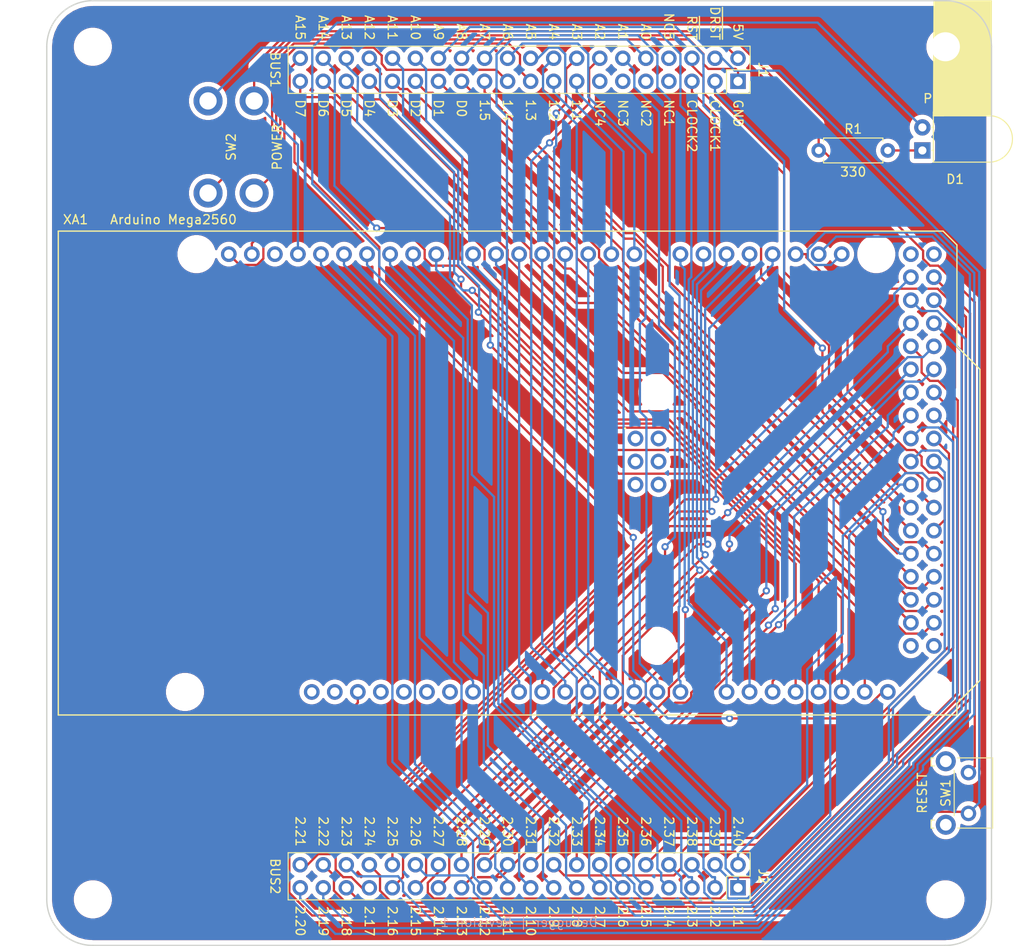
<source format=kicad_pcb>
(kicad_pcb (version 20171130) (host pcbnew "(5.1.5-0-10_14)")
  (layers (0 F.Cu signal) (31 B.Cu signal) (34 B.Paste user hide) (35 F.Paste user hide) (36 B.SilkS user) (37 F.SilkS user) (38 B.Mask user hide) (39 F.Mask user hide) (44 Edge.Cuts user))
  (net 0 "")
  (net 1 "Net-(XA1-PadRST2)")
  (net 2 "Net-(XA1-PadGND4)")
  (net 3 "Net-(XA1-PadMOSI)")
  (net 4 "Net-(XA1-PadSCK)")
  (net 5 "Net-(XA1-Pad5V2)")
  (net 6 "Net-(XA1-PadGND3)")
  (net 7 "Net-(XA1-PadGND2)")
  (net 8 "Net-(XA1-Pad5V1)")
  (net 9 "Net-(XA1-Pad3V3)")
  (net 10 "Net-(XA1-PadIORF)")
  (net 11 "Net-(XA1-PadAREF)")
  (net 12 "Net-(XA1-Pad5V3)")
  (net 13 "Net-(XA1-Pad5V4)")
  (net 14 "Net-(XA1-PadGND5)")
  (net 15 "Net-(XA1-PadGND6)")
  (net 16 "Net-(XA1-PadMISO)")
  (net 17 ARDUINO_GND)
  (net 18 "Net-(D1-Pad1)")
  (net 19 COMPUTER_5V)
  (net 20 A0)
  (net 21 ARDUINO_5V)
  (net 22 ~DEBUG_RESET)
  (net 23 D7)
  (net 24 D6)
  (net 25 D0)
  (net 26 D1)
  (net 27 D2)
  (net 28 D3)
  (net 29 D4)
  (net 30 D5)
  (net 31 A1)
  (net 32 A2)
  (net 33 A3)
  (net 34 A4)
  (net 35 A5)
  (net 36 A6)
  (net 37 A7)
  (net 38 A8)
  (net 39 A9)
  (net 40 A10)
  (net 41 A11)
  (net 42 A12)
  (net 43 A13)
  (net 44 A14)
  (net 45 A15)
  (net 46 COMPUTER_GND)
  (net 47 "Net-(J1-Pad7)")
  (net 48 "Net-(J1-Pad8)")
  (net 49 "Net-(J1-Pad9)")
  (net 50 "Net-(J1-Pad11)")
  (net 51 "Net-(J1-Pad13)")
  (net 52 BUS2_20)
  (net 53 BUS2_19)
  (net 54 BUS2_18)
  (net 55 BUS2_17)
  (net 56 BUS2_16)
  (net 57 BUS2_15)
  (net 58 BUS2_14)
  (net 59 BUS2_13)
  (net 60 BUS2_1)
  (net 61 BUS2_2)
  (net 62 BUS2_3)
  (net 63 BUS2_4)
  (net 64 BUS2_5)
  (net 65 BUS2_6)
  (net 66 BUS2_7)
  (net 67 BUS2_8)
  (net 68 BUS2_9)
  (net 69 BUS2_12)
  (net 70 BUS2_11)
  (net 71 BUS2_10)
  (net 72 BUS2_21)
  (net 73 BUS2_22)
  (net 74 BUS2_23)
  (net 75 BUS2_24)
  (net 76 BUS2_25)
  (net 77 BUS2_26)
  (net 78 BUS2_27)
  (net 79 BUS2_28)
  (net 80 BUS2_29)
  (net 81 BUS2_30)
  (net 82 BUS2_31)
  (net 83 BUS2_32)
  (net 84 BUS2_33)
  (net 85 BUS2_34)
  (net 86 BUS2_35)
  (net 87 BUS2_36)
  (net 88 BUS2_37)
  (net 89 BUS2_38)
  (net 90 BUS2_39)
  (net 91 BUS2_40)
  (net 92 ~RESET)
  (net 93 CLOCK1)
  (net 94 CLOCK2)
  (net 95 BUS1_1)
  (net 96 BUS1_2)
  (net 97 BUS1_3)
  (net 98 BUS1_4)
  (net 99 BUS1_5)
  (module Button_Switch_THT:SW_Tactile_SKHH_Angled (layer F.Cu) (at 127 110.49 270)
    (fp_text reference SW1 (at 2.25 2.5 270) (layer F.SilkS))
    (fp_text value RESET (at 2.25 5.09 270) (layer F.SilkS))
    (pad 1 thru_hole circle (at 0 0 90) (size 1.7 1.7) (drill 1) (layers *.Cu *.Mask) (net 17 ARDUINO_GND))
    (pad 2 thru_hole circle (at 4.5 0 90) (size 1.7 1.7) (drill 1) (layers *.Cu *.Mask) (net 22 ~DEBUG_RESET))
    (pad "" thru_hole circle (at -1.25 2.5 90) (size 2.2 2.2) (drill 1.3) (layers *.Cu *.Mask))
    (pad "" thru_hole circle (at 5.75 2.5 90) (size 2.2 2.2) (drill 1.3) (layers *.Cu *.Mask))
  )
  (module DM-02:Switch_DPST_Angled (layer F.Cu) (at 39.37 49.53 90)
    (fp_text reference SW2 (at 8.001 6.35 270) (layer F.SilkS))
    (fp_text value POWER (at 8.001 11.43 270) (layer F.SilkS))
    (pad 4 thru_hole circle (at 13.081 8.89 90) (size 3.2 3.2) (drill 1.9) (layers *.Cu *.Mask) (net 17 ARDUINO_GND))
    (pad 3 thru_hole circle (at 2.921 8.89 90) (size 3.2 3.2) (drill 1.9) (layers *.Cu *.Mask) (net 46 COMPUTER_GND))
    (pad 2 thru_hole circle (at 13.081 3.81 90) (size 3.2 3.2) (drill 1.9) (layers *.Cu *.Mask) (net 21 ARDUINO_5V))
    (pad 1 thru_hole circle (at 2.921 3.81 90) (size 3.2 3.2) (drill 1.9) (layers *.Cu *.Mask) (net 19 COMPUTER_5V))
  )
  (module Connector_PinSocket_2.54mm:PinSocket_2x20_P2.54mm_Vertical (layer F.Cu) (at 101.6 123.19 270)
    (fp_text reference J2 (at -1.27 -2.77 270 unlocked) (layer F.SilkS))
    (fp_text value BUS2 (at -1.27 51.03 270 unlocked) (layer F.SilkS))
    (pad 40 thru_hole oval (at -2.54 48.26 270) (size 1.7 1.7) (drill 1) (layers *.Cu *.Mask) (net 72 BUS2_21))
    (pad 39 thru_hole oval (at 0 48.26 270) (size 1.7 1.7) (drill 1) (layers *.Cu *.Mask) (net 52 BUS2_20))
    (pad 38 thru_hole oval (at -2.54 45.72 270) (size 1.7 1.7) (drill 1) (layers *.Cu *.Mask) (net 73 BUS2_22))
    (pad 37 thru_hole oval (at 0 45.72 270) (size 1.7 1.7) (drill 1) (layers *.Cu *.Mask) (net 53 BUS2_19))
    (pad 36 thru_hole oval (at -2.54 43.18 270) (size 1.7 1.7) (drill 1) (layers *.Cu *.Mask) (net 74 BUS2_23))
    (pad 35 thru_hole oval (at 0 43.18 270) (size 1.7 1.7) (drill 1) (layers *.Cu *.Mask) (net 54 BUS2_18))
    (pad 34 thru_hole oval (at -2.54 40.64 270) (size 1.7 1.7) (drill 1) (layers *.Cu *.Mask) (net 75 BUS2_24))
    (pad 33 thru_hole oval (at 0 40.64 270) (size 1.7 1.7) (drill 1) (layers *.Cu *.Mask) (net 55 BUS2_17))
    (pad 32 thru_hole oval (at -2.54 38.1 270) (size 1.7 1.7) (drill 1) (layers *.Cu *.Mask) (net 76 BUS2_25))
    (pad 31 thru_hole oval (at 0 38.1 270) (size 1.7 1.7) (drill 1) (layers *.Cu *.Mask) (net 56 BUS2_16))
    (pad 30 thru_hole oval (at -2.54 35.56 270) (size 1.7 1.7) (drill 1) (layers *.Cu *.Mask) (net 77 BUS2_26))
    (pad 29 thru_hole oval (at 0 35.56 270) (size 1.7 1.7) (drill 1) (layers *.Cu *.Mask) (net 57 BUS2_15))
    (pad 28 thru_hole oval (at -2.54 33.02 270) (size 1.7 1.7) (drill 1) (layers *.Cu *.Mask) (net 78 BUS2_27))
    (pad 27 thru_hole oval (at 0 33.02 270) (size 1.7 1.7) (drill 1) (layers *.Cu *.Mask) (net 58 BUS2_14))
    (pad 26 thru_hole oval (at -2.54 30.48 270) (size 1.7 1.7) (drill 1) (layers *.Cu *.Mask) (net 79 BUS2_28))
    (pad 25 thru_hole oval (at 0 30.48 270) (size 1.7 1.7) (drill 1) (layers *.Cu *.Mask) (net 59 BUS2_13))
    (pad 24 thru_hole oval (at -2.54 27.94 270) (size 1.7 1.7) (drill 1) (layers *.Cu *.Mask) (net 80 BUS2_29))
    (pad 23 thru_hole oval (at 0 27.94 270) (size 1.7 1.7) (drill 1) (layers *.Cu *.Mask) (net 69 BUS2_12))
    (pad 22 thru_hole oval (at -2.54 25.4 270) (size 1.7 1.7) (drill 1) (layers *.Cu *.Mask) (net 81 BUS2_30))
    (pad 21 thru_hole oval (at 0 25.4 270) (size 1.7 1.7) (drill 1) (layers *.Cu *.Mask) (net 70 BUS2_11))
    (pad 20 thru_hole oval (at -2.54 22.86 270) (size 1.7 1.7) (drill 1) (layers *.Cu *.Mask) (net 82 BUS2_31))
    (pad 19 thru_hole oval (at 0 22.86 270) (size 1.7 1.7) (drill 1) (layers *.Cu *.Mask) (net 71 BUS2_10))
    (pad 18 thru_hole oval (at -2.54 20.32 270) (size 1.7 1.7) (drill 1) (layers *.Cu *.Mask) (net 83 BUS2_32))
    (pad 17 thru_hole oval (at 0 20.32 270) (size 1.7 1.7) (drill 1) (layers *.Cu *.Mask) (net 68 BUS2_9))
    (pad 16 thru_hole oval (at -2.54 17.78 270) (size 1.7 1.7) (drill 1) (layers *.Cu *.Mask) (net 84 BUS2_33))
    (pad 15 thru_hole oval (at 0 17.78 270) (size 1.7 1.7) (drill 1) (layers *.Cu *.Mask) (net 67 BUS2_8))
    (pad 14 thru_hole oval (at -2.54 15.24 270) (size 1.7 1.7) (drill 1) (layers *.Cu *.Mask) (net 85 BUS2_34))
    (pad 13 thru_hole oval (at 0 15.24 270) (size 1.7 1.7) (drill 1) (layers *.Cu *.Mask) (net 66 BUS2_7))
    (pad 12 thru_hole oval (at -2.54 12.7 270) (size 1.7 1.7) (drill 1) (layers *.Cu *.Mask) (net 86 BUS2_35))
    (pad 11 thru_hole oval (at 0 12.7 270) (size 1.7 1.7) (drill 1) (layers *.Cu *.Mask) (net 65 BUS2_6))
    (pad 10 thru_hole oval (at -2.54 10.16 270) (size 1.7 1.7) (drill 1) (layers *.Cu *.Mask) (net 87 BUS2_36))
    (pad 9 thru_hole oval (at 0 10.16 270) (size 1.7 1.7) (drill 1) (layers *.Cu *.Mask) (net 64 BUS2_5))
    (pad 8 thru_hole oval (at -2.54 7.62 270) (size 1.7 1.7) (drill 1) (layers *.Cu *.Mask) (net 88 BUS2_37))
    (pad 7 thru_hole oval (at 0 7.62 270) (size 1.7 1.7) (drill 1) (layers *.Cu *.Mask) (net 63 BUS2_4))
    (pad 6 thru_hole oval (at -2.54 5.08 270) (size 1.7 1.7) (drill 1) (layers *.Cu *.Mask) (net 89 BUS2_38))
    (pad 5 thru_hole oval (at 0 5.08 270) (size 1.7 1.7) (drill 1) (layers *.Cu *.Mask) (net 62 BUS2_3))
    (pad 4 thru_hole oval (at -2.54 2.54 270) (size 1.7 1.7) (drill 1) (layers *.Cu *.Mask) (net 90 BUS2_39))
    (pad 3 thru_hole oval (at 0 2.54 270) (size 1.7 1.7) (drill 1) (layers *.Cu *.Mask) (net 61 BUS2_2))
    (pad 2 thru_hole oval (at -2.54 0 270) (size 1.7 1.7) (drill 1) (layers *.Cu *.Mask) (net 91 BUS2_40))
    (pad 1 thru_hole rect (at 0 0 270) (size 1.7 1.7) (drill 1) (layers *.Cu *.Mask) (net 60 BUS2_1))
  )
  (module Connector_PinSocket_2.54mm:PinSocket_2x20_P2.54mm_Vertical (layer F.Cu) (at 101.6 34.29 270)
    (fp_text reference J1 (at -1.27 -2.77 270 unlocked) (layer F.SilkS))
    (fp_text value BUS1 (at -1.27 51.03 270 unlocked) (layer F.SilkS))
    (pad 40 thru_hole oval (at -2.54 48.26 270) (size 1.7 1.7) (drill 1) (layers *.Cu *.Mask) (net 45 A15))
    (pad 39 thru_hole oval (at 0 48.26 270) (size 1.7 1.7) (drill 1) (layers *.Cu *.Mask) (net 23 D7))
    (pad 38 thru_hole oval (at -2.54 45.72 270) (size 1.7 1.7) (drill 1) (layers *.Cu *.Mask) (net 44 A14))
    (pad 37 thru_hole oval (at 0 45.72 270) (size 1.7 1.7) (drill 1) (layers *.Cu *.Mask) (net 24 D6))
    (pad 36 thru_hole oval (at -2.54 43.18 270) (size 1.7 1.7) (drill 1) (layers *.Cu *.Mask) (net 43 A13))
    (pad 35 thru_hole oval (at 0 43.18 270) (size 1.7 1.7) (drill 1) (layers *.Cu *.Mask) (net 30 D5))
    (pad 34 thru_hole oval (at -2.54 40.64 270) (size 1.7 1.7) (drill 1) (layers *.Cu *.Mask) (net 42 A12))
    (pad 33 thru_hole oval (at 0 40.64 270) (size 1.7 1.7) (drill 1) (layers *.Cu *.Mask) (net 29 D4))
    (pad 32 thru_hole oval (at -2.54 38.1 270) (size 1.7 1.7) (drill 1) (layers *.Cu *.Mask) (net 41 A11))
    (pad 31 thru_hole oval (at 0 38.1 270) (size 1.7 1.7) (drill 1) (layers *.Cu *.Mask) (net 28 D3))
    (pad 30 thru_hole oval (at -2.54 35.56 270) (size 1.7 1.7) (drill 1) (layers *.Cu *.Mask) (net 40 A10))
    (pad 29 thru_hole oval (at 0 35.56 270) (size 1.7 1.7) (drill 1) (layers *.Cu *.Mask) (net 27 D2))
    (pad 28 thru_hole oval (at -2.54 33.02 270) (size 1.7 1.7) (drill 1) (layers *.Cu *.Mask) (net 39 A9))
    (pad 27 thru_hole oval (at 0 33.02 270) (size 1.7 1.7) (drill 1) (layers *.Cu *.Mask) (net 26 D1))
    (pad 26 thru_hole oval (at -2.54 30.48 270) (size 1.7 1.7) (drill 1) (layers *.Cu *.Mask) (net 38 A8))
    (pad 25 thru_hole oval (at 0 30.48 270) (size 1.7 1.7) (drill 1) (layers *.Cu *.Mask) (net 25 D0))
    (pad 24 thru_hole oval (at -2.54 27.94 270) (size 1.7 1.7) (drill 1) (layers *.Cu *.Mask) (net 37 A7))
    (pad 23 thru_hole oval (at 0 27.94 270) (size 1.7 1.7) (drill 1) (layers *.Cu *.Mask) (net 99 BUS1_5))
    (pad 22 thru_hole oval (at -2.54 25.4 270) (size 1.7 1.7) (drill 1) (layers *.Cu *.Mask) (net 36 A6))
    (pad 21 thru_hole oval (at 0 25.4 270) (size 1.7 1.7) (drill 1) (layers *.Cu *.Mask) (net 98 BUS1_4))
    (pad 20 thru_hole oval (at -2.54 22.86 270) (size 1.7 1.7) (drill 1) (layers *.Cu *.Mask) (net 35 A5))
    (pad 19 thru_hole oval (at 0 22.86 270) (size 1.7 1.7) (drill 1) (layers *.Cu *.Mask) (net 97 BUS1_3))
    (pad 18 thru_hole oval (at -2.54 20.32 270) (size 1.7 1.7) (drill 1) (layers *.Cu *.Mask) (net 34 A4))
    (pad 17 thru_hole oval (at 0 20.32 270) (size 1.7 1.7) (drill 1) (layers *.Cu *.Mask) (net 96 BUS1_2))
    (pad 16 thru_hole oval (at -2.54 17.78 270) (size 1.7 1.7) (drill 1) (layers *.Cu *.Mask) (net 33 A3))
    (pad 15 thru_hole oval (at 0 17.78 270) (size 1.7 1.7) (drill 1) (layers *.Cu *.Mask) (net 95 BUS1_1))
    (pad 14 thru_hole oval (at -2.54 15.24 270) (size 1.7 1.7) (drill 1) (layers *.Cu *.Mask) (net 32 A2))
    (pad 13 thru_hole oval (at 0 15.24 270) (size 1.7 1.7) (drill 1) (layers *.Cu *.Mask) (net 51 "Net-(J1-Pad13)"))
    (pad 12 thru_hole oval (at -2.54 12.7 270) (size 1.7 1.7) (drill 1) (layers *.Cu *.Mask) (net 31 A1))
    (pad 11 thru_hole oval (at 0 12.7 270) (size 1.7 1.7) (drill 1) (layers *.Cu *.Mask) (net 50 "Net-(J1-Pad11)"))
    (pad 10 thru_hole oval (at -2.54 10.16 270) (size 1.7 1.7) (drill 1) (layers *.Cu *.Mask) (net 20 A0))
    (pad 9 thru_hole oval (at 0 10.16 270) (size 1.7 1.7) (drill 1) (layers *.Cu *.Mask) (net 49 "Net-(J1-Pad9)"))
    (pad 8 thru_hole oval (at -2.54 7.62 270) (size 1.7 1.7) (drill 1) (layers *.Cu *.Mask) (net 48 "Net-(J1-Pad8)"))
    (pad 7 thru_hole oval (at 0 7.62 270) (size 1.7 1.7) (drill 1) (layers *.Cu *.Mask) (net 47 "Net-(J1-Pad7)"))
    (pad 6 thru_hole oval (at -2.54 5.08 270) (size 1.7 1.7) (drill 1) (layers *.Cu *.Mask) (net 92 ~RESET))
    (pad 5 thru_hole oval (at 0 5.08 270) (size 1.7 1.7) (drill 1) (layers *.Cu *.Mask) (net 94 CLOCK2))
    (pad 4 thru_hole oval (at -2.54 2.54 270) (size 1.7 1.7) (drill 1) (layers *.Cu *.Mask) (net 22 ~DEBUG_RESET))
    (pad 3 thru_hole oval (at 0 2.54 270) (size 1.7 1.7) (drill 1) (layers *.Cu *.Mask) (net 93 CLOCK1))
    (pad 2 thru_hole oval (at -2.54 0 270) (size 1.7 1.7) (drill 1) (layers *.Cu *.Mask) (net 19 COMPUTER_5V))
    (pad 1 thru_hole rect (at 0 0 270) (size 1.7 1.7) (drill 1) (layers *.Cu *.Mask) (net 46 COMPUTER_GND))
  )
  (module LED_THT:LED_D5.0mm_Horizontal_O1.27mm_Z3.0mm (layer F.Cu) (at 121.92 41.91 90)
    (fp_text reference D1 (at -3.175 2.54 180) (layer F.SilkS) (effects (justify left)))
    (fp_text value POWER (at 5.715 0) (layer F.SilkS) (effects (justify left)))
    (pad 1 thru_hole rect (at 0 0 90) (size 1.8 1.8) (drill 0.9) (layers *.Cu *.Mask) (net 18 "Net-(D1-Pad1)"))
    (pad 2 thru_hole circle (at 2.54 0 90) (size 1.8 1.8) (drill 0.9) (layers *.Cu *.Mask) (net 21 ARDUINO_5V))
  )
  (module Resistor_THT:R_Axial_DIN0207_L6.3mm_D2.5mm_P7.62mm_Horizontal (layer F.Cu) (at 110.49 41.91)
    (fp_text reference R1 (at 3.81 -2.37) (layer F.SilkS))
    (fp_text value 330 (at 3.81 2.37) (layer F.SilkS))
    (pad 1 thru_hole circle (at 0 0) (size 1.6 1.6) (drill 0.8) (layers *.Cu *.Mask) (net 17 ARDUINO_GND))
    (pad 2 thru_hole oval (at 7.62 0) (size 1.6 1.6) (drill 0.8) (layers *.Cu *.Mask) (net 18 "Net-(D1-Pad1)"))
  )
  (module MountingHole:MountingHole_3.2mm_M3 (layer F.Cu) (at 124.46 30.48)
    (fp_text reference H4 hide)
    (fp_text value MountingHole hide)
    (pad 1 np_thru_hole circle (at 0 0) (size 3.2 3.2) (drill 3.2) (layers *.Cu *.Mask))
  )
  (module MountingHole:MountingHole_3.2mm_M3 (layer F.Cu) (at 124.46 124.46)
    (fp_text reference H3 hide)
    (fp_text value MountingHole hide)
    (pad 1 np_thru_hole circle (at 0 0) (size 3.2 3.2) (drill 3.2) (layers *.Cu *.Mask))
  )
  (module MountingHole:MountingHole_3.2mm_M3 (layer F.Cu) (at 30.48 124.46)
    (fp_text reference H2 hide)
    (fp_text value MountingHole hide)
    (pad 1 np_thru_hole circle (at 0 0) (size 3.2 3.2) (drill 3.2) (layers *.Cu *.Mask))
  )
  (module MountingHole:MountingHole_3.2mm_M3 (layer F.Cu) (at 30.48 30.48)
    (fp_text reference H1 hide)
    (fp_text value MountingHole hide)
    (pad 1 np_thru_hole circle (at 0 0) (size 3.2 3.2) (drill 3.2) (layers *.Cu *.Mask))
  )
  (module DM-02_8-Bit_Computer:Arduino_Mega2560_Shield (layer F.Cu) (at 26.67 104.14)
    (fp_text reference XA1 (at 1.905 -54.61) (layer F.SilkS))
    (fp_text value "Arduino Mega2560" (at 12.7 -54.61) (layer F.SilkS))
    (fp_text user . (at 62.484 -32.004) (layer F.SilkS))
    (pad RST2 thru_hole oval (at 63.627 -25.4) (size 1.7272 1.7272) (drill 1.016) (layers *.Cu *.Mask) (net 1 "Net-(XA1-PadRST2)"))
    (pad GND4 thru_hole oval (at 66.167 -25.4) (size 1.7272 1.7272) (drill 1.016) (layers *.Cu *.Mask) (net 2 "Net-(XA1-PadGND4)"))
    (pad MOSI thru_hole oval (at 66.167 -27.94) (size 1.7272 1.7272) (drill 1.016) (layers *.Cu *.Mask) (net 3 "Net-(XA1-PadMOSI)"))
    (pad SCK thru_hole oval (at 63.627 -27.94) (size 1.7272 1.7272) (drill 1.016) (layers *.Cu *.Mask) (net 4 "Net-(XA1-PadSCK)"))
    (pad 5V2 thru_hole oval (at 66.167 -30.48) (size 1.7272 1.7272) (drill 1.016) (layers *.Cu *.Mask) (net 5 "Net-(XA1-Pad5V2)"))
    (pad A0 thru_hole oval (at 50.8 -2.54) (size 1.7272 1.7272) (drill 1.016) (layers *.Cu *.Mask) (net 20 A0))
    (pad VIN thru_hole oval (at 45.72 -2.54) (size 1.7272 1.7272) (drill 1.016) (layers *.Cu *.Mask) (net 21 ARDUINO_5V))
    (pad GND3 thru_hole oval (at 43.18 -2.54) (size 1.7272 1.7272) (drill 1.016) (layers *.Cu *.Mask) (net 6 "Net-(XA1-PadGND3)"))
    (pad GND2 thru_hole oval (at 40.64 -2.54) (size 1.7272 1.7272) (drill 1.016) (layers *.Cu *.Mask) (net 7 "Net-(XA1-PadGND2)"))
    (pad 5V1 thru_hole oval (at 38.1 -2.54) (size 1.7272 1.7272) (drill 1.016) (layers *.Cu *.Mask) (net 8 "Net-(XA1-Pad5V1)"))
    (pad 3V3 thru_hole oval (at 35.56 -2.54) (size 1.7272 1.7272) (drill 1.016) (layers *.Cu *.Mask) (net 9 "Net-(XA1-Pad3V3)"))
    (pad RST1 thru_hole oval (at 33.02 -2.54) (size 1.7272 1.7272) (drill 1.016) (layers *.Cu *.Mask) (net 22 ~DEBUG_RESET))
    (pad IORF thru_hole oval (at 30.48 -2.54) (size 1.7272 1.7272) (drill 1.016) (layers *.Cu *.Mask) (net 10 "Net-(XA1-PadIORF)"))
    (pad D21 thru_hole oval (at 86.36 -50.8) (size 1.7272 1.7272) (drill 1.016) (layers *.Cu *.Mask) (net 52 BUS2_20))
    (pad D20 thru_hole oval (at 83.82 -50.8) (size 1.7272 1.7272) (drill 1.016) (layers *.Cu *.Mask) (net 53 BUS2_19))
    (pad D19 thru_hole oval (at 81.28 -50.8) (size 1.7272 1.7272) (drill 1.016) (layers *.Cu *.Mask) (net 54 BUS2_18))
    (pad D18 thru_hole oval (at 78.74 -50.8) (size 1.7272 1.7272) (drill 1.016) (layers *.Cu *.Mask) (net 55 BUS2_17))
    (pad D17 thru_hole oval (at 76.2 -50.8) (size 1.7272 1.7272) (drill 1.016) (layers *.Cu *.Mask) (net 56 BUS2_16))
    (pad D16 thru_hole oval (at 73.66 -50.8) (size 1.7272 1.7272) (drill 1.016) (layers *.Cu *.Mask) (net 57 BUS2_15))
    (pad D15 thru_hole oval (at 71.12 -50.8) (size 1.7272 1.7272) (drill 1.016) (layers *.Cu *.Mask) (net 58 BUS2_14))
    (pad D14 thru_hole oval (at 68.58 -50.8) (size 1.7272 1.7272) (drill 1.016) (layers *.Cu *.Mask) (net 59 BUS2_13))
    (pad D0 thru_hole oval (at 63.5 -50.8) (size 1.7272 1.7272) (drill 1.016) (layers *.Cu *.Mask) (net 95 BUS1_1))
    (pad D1 thru_hole oval (at 60.96 -50.8) (size 1.7272 1.7272) (drill 1.016) (layers *.Cu *.Mask) (net 96 BUS1_2))
    (pad D2 thru_hole oval (at 58.42 -50.8) (size 1.7272 1.7272) (drill 1.016) (layers *.Cu *.Mask) (net 60 BUS2_1))
    (pad D3 thru_hole oval (at 55.88 -50.8) (size 1.7272 1.7272) (drill 1.016) (layers *.Cu *.Mask) (net 61 BUS2_2))
    (pad D4 thru_hole oval (at 53.34 -50.8) (size 1.7272 1.7272) (drill 1.016) (layers *.Cu *.Mask) (net 62 BUS2_3))
    (pad D5 thru_hole oval (at 50.8 -50.8) (size 1.7272 1.7272) (drill 1.016) (layers *.Cu *.Mask) (net 63 BUS2_4))
    (pad D6 thru_hole oval (at 48.26 -50.8) (size 1.7272 1.7272) (drill 1.016) (layers *.Cu *.Mask) (net 64 BUS2_5))
    (pad D7 thru_hole oval (at 45.72 -50.8) (size 1.7272 1.7272) (drill 1.016) (layers *.Cu *.Mask) (net 65 BUS2_6))
    (pad GND1 thru_hole oval (at 26.416 -50.8) (size 1.7272 1.7272) (drill 1.016) (layers *.Cu *.Mask) (net 17 ARDUINO_GND))
    (pad D8 thru_hole oval (at 41.656 -50.8) (size 1.7272 1.7272) (drill 1.016) (layers *.Cu *.Mask) (net 66 BUS2_7))
    (pad D9 thru_hole oval (at 39.116 -50.8) (size 1.7272 1.7272) (drill 1.016) (layers *.Cu *.Mask) (net 67 BUS2_8))
    (pad D10 thru_hole oval (at 36.576 -50.8) (size 1.7272 1.7272) (drill 1.016) (layers *.Cu *.Mask) (net 68 BUS2_9))
    (pad "" np_thru_hole circle (at 66.04 -7.62) (size 3.2 3.2) (drill 3.2) (layers *.Cu *.Mask))
    (pad "" np_thru_hole circle (at 66.04 -35.56) (size 3.2 3.2) (drill 3.2) (layers *.Cu *.Mask))
    (pad "" np_thru_hole circle (at 90.17 -50.8) (size 3.2 3.2) (drill 3.2) (layers *.Cu *.Mask))
    (pad "" np_thru_hole circle (at 15.24 -50.8) (size 3.2 3.2) (drill 3.2) (layers *.Cu *.Mask))
    (pad "" np_thru_hole circle (at 96.52 -2.54) (size 3.2 3.2) (drill 3.2) (layers *.Cu *.Mask))
    (pad "" np_thru_hole circle (at 13.97 -2.54) (size 3.2 3.2) (drill 3.2) (layers *.Cu *.Mask))
    (pad SCL thru_hole oval (at 18.796 -50.8) (size 1.7272 1.7272) (drill 1.016) (layers *.Cu *.Mask) (net 98 BUS1_4))
    (pad SDA thru_hole oval (at 21.336 -50.8) (size 1.7272 1.7272) (drill 1.016) (layers *.Cu *.Mask) (net 97 BUS1_3))
    (pad AREF thru_hole oval (at 23.876 -50.8) (size 1.7272 1.7272) (drill 1.016) (layers *.Cu *.Mask) (net 11 "Net-(XA1-PadAREF)"))
    (pad D13 thru_hole oval (at 28.956 -50.8) (size 1.7272 1.7272) (drill 1.016) (layers *.Cu *.Mask) (net 69 BUS2_12))
    (pad D12 thru_hole oval (at 31.496 -50.8) (size 1.7272 1.7272) (drill 1.016) (layers *.Cu *.Mask) (net 70 BUS2_11))
    (pad D11 thru_hole oval (at 34.036 -50.8) (size 1.7272 1.7272) (drill 1.016) (layers *.Cu *.Mask) (net 71 BUS2_10))
    (pad "" thru_hole oval (at 27.94 -2.54) (size 1.7272 1.7272) (drill 1.016) (layers *.Cu *.Mask))
    (pad A1 thru_hole oval (at 53.34 -2.54) (size 1.7272 1.7272) (drill 1.016) (layers *.Cu *.Mask) (net 31 A1))
    (pad A2 thru_hole oval (at 55.88 -2.54) (size 1.7272 1.7272) (drill 1.016) (layers *.Cu *.Mask) (net 32 A2))
    (pad A3 thru_hole oval (at 58.42 -2.54) (size 1.7272 1.7272) (drill 1.016) (layers *.Cu *.Mask) (net 33 A3))
    (pad A4 thru_hole oval (at 60.96 -2.54) (size 1.7272 1.7272) (drill 1.016) (layers *.Cu *.Mask) (net 34 A4))
    (pad A5 thru_hole oval (at 63.5 -2.54) (size 1.7272 1.7272) (drill 1.016) (layers *.Cu *.Mask) (net 35 A5))
    (pad A6 thru_hole oval (at 66.04 -2.54) (size 1.7272 1.7272) (drill 1.016) (layers *.Cu *.Mask) (net 36 A6))
    (pad A7 thru_hole oval (at 68.58 -2.54) (size 1.7272 1.7272) (drill 1.016) (layers *.Cu *.Mask) (net 37 A7))
    (pad A8 thru_hole oval (at 73.66 -2.54) (size 1.7272 1.7272) (drill 1.016) (layers *.Cu *.Mask) (net 38 A8))
    (pad A9 thru_hole oval (at 76.2 -2.54) (size 1.7272 1.7272) (drill 1.016) (layers *.Cu *.Mask) (net 39 A9))
    (pad A10 thru_hole oval (at 78.74 -2.54) (size 1.7272 1.7272) (drill 1.016) (layers *.Cu *.Mask) (net 40 A10))
    (pad A11 thru_hole oval (at 81.28 -2.54) (size 1.7272 1.7272) (drill 1.016) (layers *.Cu *.Mask) (net 41 A11))
    (pad A12 thru_hole oval (at 83.82 -2.54) (size 1.7272 1.7272) (drill 1.016) (layers *.Cu *.Mask) (net 42 A12))
    (pad A13 thru_hole oval (at 86.36 -2.54) (size 1.7272 1.7272) (drill 1.016) (layers *.Cu *.Mask) (net 43 A13))
    (pad A14 thru_hole oval (at 88.9 -2.54) (size 1.7272 1.7272) (drill 1.016) (layers *.Cu *.Mask) (net 44 A14))
    (pad A15 thru_hole oval (at 91.44 -2.54) (size 1.7272 1.7272) (drill 1.016) (layers *.Cu *.Mask) (net 45 A15))
    (pad 5V3 thru_hole oval (at 93.98 -50.8) (size 1.7272 1.7272) (drill 1.016) (layers *.Cu *.Mask) (net 12 "Net-(XA1-Pad5V3)"))
    (pad 5V4 thru_hole oval (at 96.52 -50.8) (size 1.7272 1.7272) (drill 1.016) (layers *.Cu *.Mask) (net 13 "Net-(XA1-Pad5V4)"))
    (pad D22 thru_hole oval (at 93.98 -48.26) (size 1.7272 1.7272) (drill 1.016) (layers *.Cu *.Mask) (net 72 BUS2_21))
    (pad D23 thru_hole oval (at 96.52 -48.26) (size 1.7272 1.7272) (drill 1.016) (layers *.Cu *.Mask) (net 73 BUS2_22))
    (pad D24 thru_hole oval (at 93.98 -45.72) (size 1.7272 1.7272) (drill 1.016) (layers *.Cu *.Mask) (net 74 BUS2_23))
    (pad D25 thru_hole oval (at 96.52 -45.72) (size 1.7272 1.7272) (drill 1.016) (layers *.Cu *.Mask) (net 75 BUS2_24))
    (pad D26 thru_hole oval (at 93.98 -43.18) (size 1.7272 1.7272) (drill 1.016) (layers *.Cu *.Mask) (net 76 BUS2_25))
    (pad D27 thru_hole oval (at 96.52 -43.18) (size 1.7272 1.7272) (drill 1.016) (layers *.Cu *.Mask) (net 77 BUS2_26))
    (pad D28 thru_hole oval (at 93.98 -40.64) (size 1.7272 1.7272) (drill 1.016) (layers *.Cu *.Mask) (net 78 BUS2_27))
    (pad D29 thru_hole oval (at 96.52 -40.64) (size 1.7272 1.7272) (drill 1.016) (layers *.Cu *.Mask) (net 79 BUS2_28))
    (pad D30 thru_hole oval (at 93.98 -38.1) (size 1.7272 1.7272) (drill 1.016) (layers *.Cu *.Mask) (net 80 BUS2_29))
    (pad D31 thru_hole oval (at 96.52 -38.1) (size 1.7272 1.7272) (drill 1.016) (layers *.Cu *.Mask) (net 81 BUS2_30))
    (pad D32 thru_hole oval (at 93.98 -35.56) (size 1.7272 1.7272) (drill 1.016) (layers *.Cu *.Mask) (net 82 BUS2_31))
    (pad D33 thru_hole oval (at 96.52 -35.56) (size 1.7272 1.7272) (drill 1.016) (layers *.Cu *.Mask) (net 83 BUS2_32))
    (pad D34 thru_hole oval (at 93.98 -33.02) (size 1.7272 1.7272) (drill 1.016) (layers *.Cu *.Mask) (net 84 BUS2_33))
    (pad D35 thru_hole oval (at 96.52 -33.02) (size 1.7272 1.7272) (drill 1.016) (layers *.Cu *.Mask) (net 85 BUS2_34))
    (pad D36 thru_hole oval (at 93.98 -30.48) (size 1.7272 1.7272) (drill 1.016) (layers *.Cu *.Mask) (net 86 BUS2_35))
    (pad D37 thru_hole oval (at 96.52 -30.48) (size 1.7272 1.7272) (drill 1.016) (layers *.Cu *.Mask) (net 87 BUS2_36))
    (pad D38 thru_hole oval (at 93.98 -27.94) (size 1.7272 1.7272) (drill 1.016) (layers *.Cu *.Mask) (net 88 BUS2_37))
    (pad D39 thru_hole oval (at 96.52 -27.94) (size 1.7272 1.7272) (drill 1.016) (layers *.Cu *.Mask) (net 89 BUS2_38))
    (pad D40 thru_hole oval (at 93.98 -25.4) (size 1.7272 1.7272) (drill 1.016) (layers *.Cu *.Mask) (net 90 BUS2_39))
    (pad D41 thru_hole oval (at 96.52 -25.4) (size 1.7272 1.7272) (drill 1.016) (layers *.Cu *.Mask) (net 91 BUS2_40))
    (pad D42 thru_hole oval (at 93.98 -22.86) (size 1.7272 1.7272) (drill 1.016) (layers *.Cu *.Mask) (net 93 CLOCK1))
    (pad D43 thru_hole oval (at 96.52 -22.86) (size 1.7272 1.7272) (drill 1.016) (layers *.Cu *.Mask) (net 94 CLOCK2))
    (pad D44 thru_hole oval (at 93.98 -20.32) (size 1.7272 1.7272) (drill 1.016) (layers *.Cu *.Mask) (net 99 BUS1_5))
    (pad D45 thru_hole oval (at 96.52 -20.32) (size 1.7272 1.7272) (drill 1.016) (layers *.Cu *.Mask) (net 92 ~RESET))
    (pad D46 thru_hole oval (at 93.98 -17.78) (size 1.7272 1.7272) (drill 1.016) (layers *.Cu *.Mask) (net 25 D0))
    (pad D47 thru_hole oval (at 96.52 -17.78) (size 1.7272 1.7272) (drill 1.016) (layers *.Cu *.Mask) (net 26 D1))
    (pad D48 thru_hole oval (at 93.98 -15.24) (size 1.7272 1.7272) (drill 1.016) (layers *.Cu *.Mask) (net 27 D2))
    (pad D49 thru_hole oval (at 96.52 -15.24) (size 1.7272 1.7272) (drill 1.016) (layers *.Cu *.Mask) (net 28 D3))
    (pad D50 thru_hole oval (at 93.98 -12.7) (size 1.7272 1.7272) (drill 1.016) (layers *.Cu *.Mask) (net 29 D4))
    (pad D51 thru_hole oval (at 96.52 -12.7) (size 1.7272 1.7272) (drill 1.016) (layers *.Cu *.Mask) (net 30 D5))
    (pad D52 thru_hole oval (at 93.98 -10.16) (size 1.7272 1.7272) (drill 1.016) (layers *.Cu *.Mask) (net 24 D6))
    (pad D53 thru_hole oval (at 96.52 -10.16) (size 1.7272 1.7272) (drill 1.016) (layers *.Cu *.Mask) (net 23 D7))
    (pad GND5 thru_hole oval (at 93.98 -7.62) (size 1.7272 1.7272) (drill 1.016) (layers *.Cu *.Mask) (net 14 "Net-(XA1-PadGND5)"))
    (pad GND6 thru_hole oval (at 96.52 -7.62) (size 1.7272 1.7272) (drill 1.016) (layers *.Cu *.Mask) (net 15 "Net-(XA1-PadGND6)"))
    (pad MISO thru_hole oval (at 63.627 -30.48) (size 1.7272 1.7272) (drill 1.016) (layers *.Cu *.Mask) (net 16 "Net-(XA1-PadMISO)"))
  )
  (gr_poly (pts (xy 129.54 38.1) (xy 123.13 38.08) (xy 123.19 25.4) (xy 129.54 25.4)) (layer F.SilkS) (width 0.1))
  (gr_text 2.36 (at 91.44 118.745 270) (layer F.SilkS) (effects (font (size 1 1)) (justify right)))
  (gr_text 2.39 (at 99.06 118.745 270) (layer F.SilkS) (effects (font (size 1 1)) (justify right)))
  (gr_text 2.37 (at 93.98 118.745 270) (layer F.SilkS) (effects (font (size 1 1)) (justify right)))
  (gr_text 2.38 (at 96.52 118.745 270) (layer F.SilkS) (effects (font (size 1 1)) (justify right)))
  (gr_text 2.40 (at 101.6 118.745 270) (layer F.SilkS) (effects (font (size 1 1)) (justify right)))
  (gr_text 2.31 (at 78.74 118.745 270) (layer F.SilkS) (effects (font (size 1 1)) (justify right)))
  (gr_text 2.34 (at 86.36 118.745 270) (layer F.SilkS) (effects (font (size 1 1)) (justify right)))
  (gr_text 2.32 (at 81.28 118.745 270) (layer F.SilkS) (effects (font (size 1 1)) (justify right)))
  (gr_text 2.35 (at 88.9 118.745 270) (layer F.SilkS) (effects (font (size 1 1)) (justify right)))
  (gr_text 2.33 (at 83.82 118.745 270) (layer F.SilkS) (effects (font (size 1 1)) (justify right)))
  (gr_text 2.30 (at 76.2 118.745 270) (layer F.SilkS) (effects (font (size 1 1)) (justify right)))
  (gr_text 2.28 (at 71.12 118.745 270) (layer F.SilkS) (effects (font (size 1 1)) (justify right)))
  (gr_text 2.29 (at 73.66 118.745 270) (layer F.SilkS) (effects (font (size 1 1)) (justify right)))
  (gr_text 2.27 (at 68.58 118.745 270) (layer F.SilkS) (effects (font (size 1 1)) (justify right)))
  (gr_text 2.26 (at 66.04 118.745 270) (layer F.SilkS) (effects (font (size 1 1)) (justify right)))
  (gr_text 2.25 (at 63.5 118.745 270) (layer F.SilkS) (effects (font (size 1 1)) (justify right)))
  (gr_text 2.22 (at 55.88 118.745 270) (layer F.SilkS) (effects (font (size 1 1)) (justify right)))
  (gr_text 2.23 (at 58.42 118.745 270) (layer F.SilkS) (effects (font (size 1 1)) (justify right)))
  (gr_text 2.21 (at 53.34 118.745 270) (layer F.SilkS) (effects (font (size 1 1)) (justify right)))
  (gr_text 2.24 (at 60.96 118.745 270) (layer F.SilkS) (effects (font (size 1 1)) (justify right)))
  (gr_text 2.17 (at 60.96 125.095 270) (layer F.SilkS) (effects (font (size 1 1)) (justify left)))
  (gr_text 2.16 (at 63.5 125.095 270) (layer F.SilkS) (effects (font (size 1 1)) (justify left)))
  (gr_text 2.18 (at 58.42 125.095 270) (layer F.SilkS) (effects (font (size 1 1)) (justify left)))
  (gr_text 2.20 (at 53.34 125.095 270) (layer F.SilkS) (effects (font (size 1 1)) (justify left)))
  (gr_text 2.19 (at 55.88 125.095 270) (layer F.SilkS) (effects (font (size 1 1)) (justify left)))
  (gr_text 2.14 (at 68.58 125.095 270) (layer F.SilkS) (effects (font (size 1 1)) (justify left)))
  (gr_text 2.13 (at 71.12 125.095 270) (layer F.SilkS) (effects (font (size 1 1)) (justify left)))
  (gr_text 2.15 (at 66.04 125.095 270) (layer F.SilkS) (effects (font (size 1 1)) (justify left)))
  (gr_text 2.12 (at 73.66 125.095 270) (layer F.SilkS) (effects (font (size 1 1)) (justify left)))
  (gr_text 2.11 (at 76.2 125.095 270) (layer F.SilkS) (effects (font (size 1 1)) (justify left)))
  (gr_text 2.9 (at 81.28 125.095 270) (layer F.SilkS) (effects (font (size 1 1)) (justify left)))
  (gr_text 2.7 (at 86.36 125.095 270) (layer F.SilkS) (effects (font (size 1 1)) (justify left)))
  (gr_text 2.10 (at 78.74 125.095 270) (layer F.SilkS) (effects (font (size 1 1)) (justify left)))
  (gr_text 2.8 (at 83.82 125.095 270) (layer F.SilkS) (effects (font (size 1 1)) (justify left)))
  (gr_text 2.6 (at 88.9 125.095 270) (layer F.SilkS) (effects (font (size 1 1)) (justify left)))
  (gr_text 2.2 (at 99.06 125.095 270) (layer F.SilkS) (effects (font (size 1 1)) (justify left)))
  (gr_text 2.1 (at 101.6 125.095 270) (layer F.SilkS) (effects (font (size 1 1)) (justify left)))
  (gr_text 2.5 (at 91.44 125.095 270) (layer F.SilkS) (effects (font (size 1 1)) (justify left)))
  (gr_text 2.4 (at 93.98 125.095 270) (layer F.SilkS) (effects (font (size 1 1)) (justify left)))
  (gr_text 2.3 (at 96.52 125.095 270) (layer F.SilkS) (effects (font (size 1 1)) (justify left)))
  (gr_text A12 (at 60.96 29.845 270) (layer F.SilkS) (effects (font (size 1 1)) (justify right)))
  (gr_text A15 (at 53.34 29.845 270) (layer F.SilkS) (effects (font (size 1 1)) (justify right)))
  (gr_text A13 (at 58.42 29.845 270) (layer F.SilkS) (effects (font (size 1 1)) (justify right)))
  (gr_text A14 (at 55.88 29.845 270) (layer F.SilkS) (effects (font (size 1 1)) (justify right)))
  (gr_text A10 (at 66.04 29.845 270) (layer F.SilkS) (effects (font (size 1 1)) (justify right)))
  (gr_text A8 (at 71.12 29.845 270) (layer F.SilkS) (effects (font (size 1 1)) (justify right)))
  (gr_text A11 (at 63.5 29.845 270) (layer F.SilkS) (effects (font (size 1 1)) (justify right)))
  (gr_text A9 (at 68.58 29.845 270) (layer F.SilkS) (effects (font (size 1 1)) (justify right)))
  (gr_text A7 (at 73.66 29.845 270) (layer F.SilkS) (effects (font (size 1 1)) (justify right)))
  (gr_text A5 (at 78.74 29.845 270) (layer F.SilkS) (effects (font (size 1 1)) (justify right)))
  (gr_text A6 (at 76.2 29.845 270) (layer F.SilkS) (effects (font (size 1 1)) (justify right)))
  (gr_text A4 (at 81.28 29.845 270) (layer F.SilkS) (effects (font (size 1 1)) (justify right)))
  (gr_text A1 (at 88.9 29.845 270) (layer F.SilkS) (effects (font (size 1 1)) (justify right)))
  (gr_text A2 (at 86.36 29.845 270) (layer F.SilkS) (effects (font (size 1 1)) (justify right)))
  (gr_text A3 (at 83.82 29.845 270) (layer F.SilkS) (effects (font (size 1 1)) (justify right)))
  (gr_text A0 (at 91.44 29.845 270) (layer F.SilkS) (effects (font (size 1 1)) (justify right)))
  (gr_text NC5 (at 93.98 29.845 270) (layer F.SilkS) (effects (font (size 1 1)) (justify right)))
  (gr_text ~RST (at 96.52 29.845 270) (layer F.SilkS) (effects (font (size 1 1)) (justify right)))
  (gr_text ~DRST (at 99.06 29.845 270) (layer F.SilkS) (effects (font (size 1 1)) (justify right)))
  (gr_text D7 (at 53.34 36.195 270) (layer F.SilkS) (effects (font (size 1 1)) (justify left)))
  (gr_text D0 (at 71.12 36.195 270) (layer F.SilkS) (effects (font (size 1 1)) (justify left)))
  (gr_text D3 (at 63.5 36.195 270) (layer F.SilkS) (effects (font (size 1 1)) (justify left)))
  (gr_text D2 (at 66.04 36.195 270) (layer F.SilkS) (effects (font (size 1 1)) (justify left)))
  (gr_text D6 (at 55.88 36.195 270) (layer F.SilkS) (effects (font (size 1 1)) (justify left)))
  (gr_text D5 (at 58.42 36.195 270) (layer F.SilkS) (effects (font (size 1 1)) (justify left)))
  (gr_text D4 (at 60.96 36.195 270) (layer F.SilkS) (effects (font (size 1 1)) (justify left)))
  (gr_text D1 (at 68.58 36.195 270) (layer F.SilkS) (effects (font (size 1 1)) (justify left)))
  (gr_text 5V (at 101.6 29.845 270) (layer F.SilkS) (effects (font (size 1 1)) (justify right)))
  (gr_text 1.2 (at 81.28 36.195 270) (layer F.SilkS) (effects (font (size 1 1)) (justify left)))
  (gr_text 1.1 (at 83.82 36.195 270) (layer F.SilkS) (effects (font (size 1 1)) (justify left)))
  (gr_text 1.5 (at 73.66 36.195 270) (layer F.SilkS) (effects (font (size 1 1)) (justify left)))
  (gr_text 1.4 (at 76.2 36.195 270) (layer F.SilkS) (effects (font (size 1 1)) (justify left)))
  (gr_text 1.3 (at 78.74 36.195 270) (layer F.SilkS) (effects (font (size 1 1)) (justify left)))
  (gr_text NC4 (at 86.36 36.195 270) (layer F.SilkS) (effects (font (size 1 1)) (justify left)))
  (gr_text NC3 (at 88.9 36.195 270) (layer F.SilkS) (effects (font (size 1 1)) (justify left)))
  (gr_text NC2 (at 91.44 36.195 270) (layer F.SilkS) (effects (font (size 1 1)) (justify left)))
  (gr_text NC1 (at 93.98 36.195 270) (layer F.SilkS) (effects (font (size 1 1)) (justify left)))
  (gr_text CLOCK2 (at 96.52 36.195 270) (layer F.SilkS) (effects (font (size 1 1)) (justify left)))
  (gr_text CLOCK1 (at 99.06 36.195 270) (layer F.SilkS) (effects (font (size 1 1)) (justify left)))
  (gr_text GND (at 101.6 36.195 270) (layer F.SilkS) (effects (font (size 1 1)) (justify left)))
  (gr_arc (start 124.46 30.48) (end 129.54 30.48) (angle -90) (layer Edge.Cuts) (width 0.15))
  (gr_arc (start 30.48 30.48) (end 30.48 25.4) (angle -90) (layer Edge.Cuts) (width 0.15))
  (gr_arc (start 30.48 124.46) (end 25.4 124.46) (angle -90) (layer Edge.Cuts) (width 0.15))
  (gr_arc (start 124.46 124.46) (end 124.46 129.54) (angle -90) (layer Edge.Cuts) (width 0.15))
  (gr_text "Debugger | Revision 1" (at 77.47 127) (layer B.SilkS) (effects (font (size 1 1) (thickness 0.1)) (justify mirror)))
  (gr_line (start 124.46 129.54) (end 30.48 129.54) (layer Edge.Cuts) (width 0.15))
  (gr_line (start 30.48 25.4) (end 124.46 25.4) (layer Edge.Cuts) (width 0.15))
  (gr_line (start 129.54 30.48) (end 129.54 124.46) (layer Edge.Cuts) (width 0.15))
  (gr_line (start 25.4 124.46) (end 25.4 30.48) (layer Edge.Cuts) (width 0.15))
  (segment (start 53.086 53.34) (end 53.086 41.275) (width 0.25) (layer B.Cu) (net 17))
  (segment (start 53.086 41.275) (end 48.26 36.449) (width 0.25) (layer B.Cu) (net 17))
  (segment (start 127 110.49) (end 127.694 109.796) (width 0.25) (layer F.Cu) (net 17))
  (segment (start 127.694 109.796) (end 127.694 58.6345) (width 0.25) (layer F.Cu) (net 17))
  (segment (start 127.694 58.6345) (end 123.669 54.61) (width 0.25) (layer F.Cu) (net 17))
  (segment (start 123.669 54.61) (end 122.757 54.61) (width 0.25) (layer F.Cu) (net 17))
  (segment (start 122.757 54.61) (end 122.001 53.8543) (width 0.25) (layer F.Cu) (net 17))
  (segment (start 122.001 53.8543) (end 122.001 52.9588) (width 0.25) (layer F.Cu) (net 17))
  (segment (start 122.001 52.9588) (end 110.952 41.91) (width 0.25) (layer F.Cu) (net 17))
  (segment (start 110.952 41.91) (end 110.49 41.91) (width 0.25) (layer F.Cu) (net 17))
  (segment (start 110.49 41.91) (end 110.49 38.9291) (width 0.25) (layer F.Cu) (net 17))
  (segment (start 110.49 38.9291) (end 100.334 28.773) (width 0.25) (layer F.Cu) (net 17))
  (segment (start 100.334 28.773) (end 52.0747 28.773) (width 0.25) (layer F.Cu) (net 17))
  (segment (start 52.0747 28.773) (end 48.26 32.5877) (width 0.25) (layer F.Cu) (net 17))
  (segment (start 48.26 32.5877) (end 48.26 36.449) (width 0.25) (layer F.Cu) (net 17))
  (segment (start 118.11 41.91) (end 121.92 41.91) (width 0.25) (layer F.Cu) (net 18))
  (segment (start 101.6 31.75) (end 99.0733 29.2233) (width 0.25) (layer F.Cu) (net 19))
  (segment (start 99.0733 29.2233) (end 52.2613 29.2233) (width 0.25) (layer F.Cu) (net 19))
  (segment (start 52.2613 29.2233) (end 50.2397 31.2449) (width 0.25) (layer F.Cu) (net 19))
  (segment (start 50.2397 31.2449) (end 50.2397 39.5493) (width 0.25) (layer F.Cu) (net 19))
  (segment (start 50.2397 39.5493) (end 43.18 46.609) (width 0.25) (layer F.Cu) (net 19))
  (segment (start 91.44 31.75) (end 89.3609 29.6709) (width 0.25) (layer B.Cu) (net 20))
  (segment (start 89.3609 29.6709) (end 76.6166 29.6709) (width 0.25) (layer B.Cu) (net 20))
  (segment (start 76.6166 29.6709) (end 74.9804 31.3071) (width 0.25) (layer B.Cu) (net 20))
  (segment (start 74.9804 31.3071) (end 74.9804 37.02) (width 0.25) (layer B.Cu) (net 20))
  (segment (start 74.9804 37.02) (end 76.1258 38.1654) (width 0.25) (layer B.Cu) (net 20))
  (segment (start 76.1258 38.1654) (end 76.1258 99.0669) (width 0.25) (layer B.Cu) (net 20))
  (segment (start 76.1258 99.0669) (end 77.47 100.411) (width 0.25) (layer B.Cu) (net 20))
  (segment (start 77.47 100.411) (end 77.47 101.6) (width 0.25) (layer B.Cu) (net 20))
  (segment (start 54.6682 30.5734) (end 49.0556 30.5734) (width 0.25) (layer B.Cu) (net 21))
  (segment (start 49.0556 30.5734) (end 43.18 36.449) (width 0.25) (layer B.Cu) (net 21))
  (segment (start 121.92 39.37) (end 110.364 27.8139) (width 0.25) (layer B.Cu) (net 21))
  (segment (start 110.364 27.8139) (end 57.4277 27.8139) (width 0.25) (layer B.Cu) (net 21))
  (segment (start 57.4277 27.8139) (end 54.6682 30.5734) (width 0.25) (layer B.Cu) (net 21))
  (segment (start 72.39 101.6) (end 72.39 100.411) (width 0.25) (layer B.Cu) (net 21))
  (segment (start 72.39 100.411) (end 70.2855 98.3066) (width 0.25) (layer B.Cu) (net 21))
  (segment (start 70.2855 98.3066) (end 70.2855 62.9146) (width 0.25) (layer B.Cu) (net 21))
  (segment (start 70.2855 62.9146) (end 62.057 54.6861) (width 0.25) (layer B.Cu) (net 21))
  (segment (start 62.057 54.6861) (end 62.057 52.9743) (width 0.25) (layer B.Cu) (net 21))
  (segment (start 62.057 52.9743) (end 54.6682 45.5855) (width 0.25) (layer B.Cu) (net 21))
  (segment (start 54.6682 45.5855) (end 54.6682 30.5734) (width 0.25) (layer B.Cu) (net 21))
  (segment (start 127 114.99) (end 128.185 113.805) (width 0.25) (layer B.Cu) (net 22))
  (segment (start 128.185 113.805) (end 128.185 55.3039) (width 0.25) (layer B.Cu) (net 22))
  (segment (start 128.185 55.3039) (end 106.68 33.655) (width 0.25) (layer B.Cu) (net 22))
  (segment (start 106.68 33.655) (end 106.14 33.115) (width 0.25) (layer B.Cu) (net 22))
  (segment (start 106.14 33.115) (end 101.226 33.115) (width 0.25) (layer B.Cu) (net 22))
  (segment (start 101.226 33.115) (end 99.861 31.75) (width 0.25) (layer B.Cu) (net 22))
  (segment (start 99.861 31.75) (end 99.06 31.75) (width 0.25) (layer B.Cu) (net 22))
  (segment (start 59.69 101.6) (end 59.69 102.789) (width 0.25) (layer F.Cu) (net 22))
  (segment (start 59.69 102.789) (end 52.1387 110.34) (width 0.25) (layer F.Cu) (net 22))
  (segment (start 52.1387 110.34) (end 52.1387 123.728) (width 0.25) (layer F.Cu) (net 22))
  (segment (start 52.1387 123.728) (end 54.6531 126.242) (width 0.25) (layer F.Cu) (net 22))
  (segment (start 54.6531 126.242) (end 110.601 126.242) (width 0.25) (layer F.Cu) (net 22))
  (segment (start 110.601 126.242) (end 122.031 114.812) (width 0.25) (layer F.Cu) (net 22))
  (segment (start 122.031 114.812) (end 126.822 114.812) (width 0.25) (layer F.Cu) (net 22))
  (segment (start 126.822 114.812) (end 127 114.99) (width 0.25) (layer F.Cu) (net 22))
  (segment (start 89.4933 70.6694) (end 73.66 54.8361) (width 0.25) (layer F.Cu) (net 23))
  (segment (start 73.66 54.8361) (end 73.66 52.84) (width 0.25) (layer F.Cu) (net 23))
  (segment (start 73.66 52.84) (end 56.8528 36.0328) (width 0.25) (layer F.Cu) (net 23))
  (segment (start 56.8528 36.0328) (end 53.34 36.0328) (width 0.25) (layer F.Cu) (net 23))
  (segment (start 123.19 93.98) (end 122.001 95.1686) (width 0.25) (layer F.Cu) (net 23))
  (segment (start 122.001 95.1686) (end 120.079 95.1686) (width 0.25) (layer F.Cu) (net 23))
  (segment (start 120.079 95.1686) (end 118.11 93.1991) (width 0.25) (layer F.Cu) (net 23))
  (segment (start 118.11 93.1991) (end 118.11 92.71) (width 0.25) (layer F.Cu) (net 23))
  (segment (start 118.11 92.71) (end 95.6578 70.6694) (width 0.25) (layer F.Cu) (net 23))
  (segment (start 95.6578 70.6694) (end 89.4933 70.6694) (width 0.25) (layer F.Cu) (net 23))
  (segment (start 53.34 36.0328) (end 53.34 34.29) (width 0.25) (layer F.Cu) (net 23))
  (segment (start 120.65 93.98) (end 96.9371 70.2671) (width 0.25) (layer F.Cu) (net 24))
  (segment (start 96.9371 70.2671) (end 96.9371 70.0255) (width 0.25) (layer F.Cu) (net 24))
  (segment (start 96.9371 70.0255) (end 93.3456 66.434) (width 0.25) (layer F.Cu) (net 24))
  (segment (start 93.3456 66.434) (end 88.8637 66.434) (width 0.25) (layer F.Cu) (net 24))
  (segment (start 88.8637 66.434) (end 76.2 53.7703) (width 0.25) (layer F.Cu) (net 24))
  (segment (start 76.2 53.7703) (end 76.2 52.8779) (width 0.25) (layer F.Cu) (net 24))
  (segment (start 76.2 52.8779) (end 59.055 36.195) (width 0.25) (layer F.Cu) (net 24))
  (segment (start 59.055 36.195) (end 57.785 36.195) (width 0.25) (layer F.Cu) (net 24))
  (segment (start 57.785 36.195) (end 55.88 34.29) (width 0.25) (layer F.Cu) (net 24))
  (segment (start 120.65 86.36) (end 119.429 86.36) (width 0.25) (layer B.Cu) (net 25))
  (segment (start 119.429 86.36) (end 117.575 84.506) (width 0.25) (layer B.Cu) (net 25))
  (segment (start 117.575 84.506) (end 117.575 81.7317) (width 0.25) (layer B.Cu) (net 25))
  (segment (start 71.12 34.29) (end 73.025 36.195) (width 0.25) (layer F.Cu) (net 25))
  (segment (start 73.025 36.195) (end 89.1234 51.6323) (width 0.25) (layer F.Cu) (net 25))
  (segment (start 89.1234 51.6323) (end 90.2158 51.6323) (width 0.25) (layer F.Cu) (net 25))
  (segment (start 90.2158 51.6323) (end 93.3047 54.7212) (width 0.25) (layer F.Cu) (net 25))
  (segment (start 93.3047 54.7212) (end 93.3047 57.4617) (width 0.25) (layer F.Cu) (net 25))
  (segment (start 93.3047 57.4617) (end 117.575 81.7317) (width 0.25) (layer F.Cu) (net 25))
  (via (at 117.575 81.7317) (size 0.8) (layers F.Cu B.Cu) (net 25))
  (segment (start 123.19 86.36) (end 121.92 85.09) (width 0.25) (layer F.Cu) (net 26))
  (segment (start 121.92 85.09) (end 119.38 85.09) (width 0.25) (layer F.Cu) (net 26))
  (segment (start 119.38 85.09) (end 88.9253 54.1257) (width 0.25) (layer F.Cu) (net 26))
  (segment (start 88.9253 54.1257) (end 88.9253 52.9333) (width 0.25) (layer F.Cu) (net 26))
  (segment (start 88.9253 52.9333) (end 71.755 36.195) (width 0.25) (layer F.Cu) (net 26))
  (segment (start 71.755 36.195) (end 70.485 36.195) (width 0.25) (layer F.Cu) (net 26))
  (segment (start 70.485 36.195) (end 68.58 34.29) (width 0.25) (layer F.Cu) (net 26))
  (segment (start 120.65 88.9) (end 118.11 86.36) (width 0.25) (layer F.Cu) (net 27))
  (segment (start 118.11 86.36) (end 86.2789 53.6991) (width 0.25) (layer F.Cu) (net 27))
  (segment (start 86.2789 53.6991) (end 86.2789 52.8475) (width 0.25) (layer F.Cu) (net 27))
  (segment (start 86.2789 52.8475) (end 82.7499 49.3185) (width 0.25) (layer F.Cu) (net 27))
  (segment (start 82.7499 49.3185) (end 81.8765 49.3185) (width 0.25) (layer F.Cu) (net 27))
  (segment (start 81.8765 49.3185) (end 67.945 35.56) (width 0.25) (layer F.Cu) (net 27))
  (segment (start 67.945 35.56) (end 67.31 35.56) (width 0.25) (layer F.Cu) (net 27))
  (segment (start 67.31 35.56) (end 66.04 34.29) (width 0.25) (layer F.Cu) (net 27))
  (segment (start 123.19 88.9) (end 121.92 90.17) (width 0.25) (layer F.Cu) (net 28))
  (segment (start 121.92 90.17) (end 120.65 90.17) (width 0.25) (layer F.Cu) (net 28))
  (segment (start 120.65 90.17) (end 120.166 90.1011) (width 0.25) (layer F.Cu) (net 28))
  (segment (start 120.166 90.1011) (end 83.82 53.7547) (width 0.25) (layer F.Cu) (net 28))
  (segment (start 83.82 53.7547) (end 83.82 52.878) (width 0.25) (layer F.Cu) (net 28))
  (segment (start 83.82 52.878) (end 66.675 36.195) (width 0.25) (layer F.Cu) (net 28))
  (segment (start 66.675 36.195) (end 66.206 36.195) (width 0.25) (layer F.Cu) (net 28))
  (segment (start 66.206 36.195) (end 65.151 35.14) (width 0.25) (layer F.Cu) (net 28))
  (segment (start 65.151 35.14) (end 64.35 35.14) (width 0.25) (layer F.Cu) (net 28))
  (segment (start 64.35 35.14) (end 63.5 34.29) (width 0.25) (layer F.Cu) (net 28))
  (segment (start 120.65 91.44) (end 119.38 90.17) (width 0.25) (layer F.Cu) (net 29))
  (segment (start 119.38 90.17) (end 83.1502 54.9288) (width 0.25) (layer F.Cu) (net 29))
  (segment (start 83.1502 54.9288) (end 82.4573 54.9288) (width 0.25) (layer F.Cu) (net 29))
  (segment (start 82.4573 54.9288) (end 81.28 53.7515) (width 0.25) (layer F.Cu) (net 29))
  (segment (start 81.28 53.7515) (end 81.28 52.8613) (width 0.25) (layer F.Cu) (net 29))
  (segment (start 81.28 52.8613) (end 64.135 35.56) (width 0.25) (layer F.Cu) (net 29))
  (segment (start 64.135 35.56) (end 62.23 35.56) (width 0.25) (layer F.Cu) (net 29))
  (segment (start 62.23 35.56) (end 60.96 34.29) (width 0.25) (layer F.Cu) (net 29))
  (segment (start 58.42 34.29) (end 60.4032 36.2732) (width 0.25) (layer F.Cu) (net 30))
  (segment (start 60.4032 36.2732) (end 62.1518 36.2732) (width 0.25) (layer F.Cu) (net 30))
  (segment (start 62.1518 36.2732) (end 78.74 52.8613) (width 0.25) (layer F.Cu) (net 30))
  (segment (start 78.74 52.8613) (end 78.74 53.7525) (width 0.25) (layer F.Cu) (net 30))
  (segment (start 78.74 53.7525) (end 83.7145 58.727) (width 0.25) (layer F.Cu) (net 30))
  (segment (start 83.7145 58.727) (end 86.2755 58.727) (width 0.25) (layer F.Cu) (net 30))
  (segment (start 86.2755 58.727) (end 99.7329 72.1844) (width 0.25) (layer F.Cu) (net 30))
  (segment (start 99.7329 72.1844) (end 99.7329 72.3491) (width 0.25) (layer F.Cu) (net 30))
  (segment (start 99.7329 72.3491) (end 120.062 92.6784) (width 0.25) (layer F.Cu) (net 30))
  (segment (start 120.062 92.6784) (end 121.952 92.6784) (width 0.25) (layer F.Cu) (net 30))
  (segment (start 121.952 92.6784) (end 123.19 91.44) (width 0.25) (layer F.Cu) (net 30))
  (segment (start 88.9 31.75) (end 90.17 33.02) (width 0.25) (layer B.Cu) (net 31))
  (segment (start 90.17 33.02) (end 90.17 34.925) (width 0.25) (layer B.Cu) (net 31))
  (segment (start 90.17 34.925) (end 92.8886 37.6388) (width 0.25) (layer B.Cu) (net 31))
  (segment (start 92.8886 37.6388) (end 92.8886 61.2321) (width 0.25) (layer B.Cu) (net 31))
  (segment (start 92.8886 61.2321) (end 94.6358 62.9793) (width 0.25) (layer B.Cu) (net 31))
  (segment (start 94.6358 62.9793) (end 94.6358 84.5181) (width 0.25) (layer B.Cu) (net 31))
  (segment (start 94.6358 84.5181) (end 93.555 85.5989) (width 0.25) (layer B.Cu) (net 31))
  (segment (start 80.01 101.6) (end 80.01 100.411) (width 0.25) (layer F.Cu) (net 31))
  (segment (start 80.01 100.411) (end 93.555 86.8661) (width 0.25) (layer F.Cu) (net 31))
  (segment (start 93.555 86.8661) (end 93.555 85.5989) (width 0.25) (layer F.Cu) (net 31))
  (via (at 93.555 85.5989) (size 0.8) (layers F.Cu B.Cu) (net 31))
  (segment (start 80.8262 41.0703) (end 84.455 37.465) (width 0.25) (layer F.Cu) (net 32))
  (segment (start 84.455 37.465) (end 85.185 36.735) (width 0.25) (layer F.Cu) (net 32))
  (segment (start 85.185 36.735) (end 85.185 32.925) (width 0.25) (layer F.Cu) (net 32))
  (segment (start 85.185 32.925) (end 86.36 31.75) (width 0.25) (layer F.Cu) (net 32))
  (segment (start 82.55 101.6) (end 82.55 100.411) (width 0.25) (layer B.Cu) (net 32))
  (segment (start 82.55 100.411) (end 78.8033 96.6644) (width 0.25) (layer B.Cu) (net 32))
  (segment (start 78.8033 96.6644) (end 78.8033 43.0932) (width 0.25) (layer B.Cu) (net 32))
  (segment (start 78.8033 43.0932) (end 80.8262 41.0703) (width 0.25) (layer B.Cu) (net 32))
  (via (at 80.8262 41.0703) (size 0.8) (layers F.Cu B.Cu) (net 32))
  (segment (start 83.82 31.75) (end 82.645 32.925) (width 0.25) (layer F.Cu) (net 33))
  (segment (start 82.645 32.925) (end 82.645 36.7078) (width 0.25) (layer F.Cu) (net 33))
  (segment (start 82.645 36.7078) (end 81.5515 37.8013) (width 0.25) (layer F.Cu) (net 33))
  (segment (start 85.09 101.6) (end 85.09 100.411) (width 0.25) (layer B.Cu) (net 33))
  (segment (start 85.09 100.411) (end 81.3366 96.6577) (width 0.25) (layer B.Cu) (net 33))
  (segment (start 81.3366 96.6577) (end 81.3366 41.5857) (width 0.25) (layer B.Cu) (net 33))
  (segment (start 81.3366 41.5857) (end 81.5515 41.3708) (width 0.25) (layer B.Cu) (net 33))
  (segment (start 81.5515 41.3708) (end 81.5515 37.8013) (width 0.25) (layer B.Cu) (net 33))
  (via (at 81.5515 37.8013) (size 0.8) (layers F.Cu B.Cu) (net 33))
  (segment (start 81.28 31.75) (end 80.105 32.925) (width 0.25) (layer B.Cu) (net 34))
  (segment (start 80.105 32.925) (end 80.105 35.2845) (width 0.25) (layer B.Cu) (net 34))
  (segment (start 80.105 35.2845) (end 83.82 38.9995) (width 0.25) (layer B.Cu) (net 34))
  (segment (start 83.82 38.9995) (end 83.82 96.6011) (width 0.25) (layer B.Cu) (net 34))
  (segment (start 83.82 96.6011) (end 87.63 100.411) (width 0.25) (layer B.Cu) (net 34))
  (segment (start 87.63 100.411) (end 87.63 101.6) (width 0.25) (layer B.Cu) (net 34))
  (segment (start 78.74 31.75) (end 79.541 31.75) (width 0.25) (layer B.Cu) (net 35))
  (segment (start 79.541 31.75) (end 80.7163 30.5747) (width 0.25) (layer B.Cu) (net 35))
  (segment (start 80.7163 30.5747) (end 81.8324 30.5747) (width 0.25) (layer B.Cu) (net 35))
  (segment (start 81.8324 30.5747) (end 82.55 31.2923) (width 0.25) (layer B.Cu) (net 35))
  (segment (start 82.55 31.2923) (end 82.55 35.6156) (width 0.25) (layer B.Cu) (net 35))
  (segment (start 82.55 35.6156) (end 88.9811 42.0467) (width 0.25) (layer B.Cu) (net 35))
  (segment (start 88.9811 42.0467) (end 88.9811 99.2222) (width 0.25) (layer B.Cu) (net 35))
  (segment (start 88.9811 99.2222) (end 90.17 100.411) (width 0.25) (layer B.Cu) (net 35))
  (segment (start 90.17 100.411) (end 90.17 101.6) (width 0.25) (layer B.Cu) (net 35))
  (segment (start 76.2 31.75) (end 77.8253 30.1247) (width 0.25) (layer B.Cu) (net 36))
  (segment (start 77.8253 30.1247) (end 83.9337 30.1247) (width 0.25) (layer B.Cu) (net 36))
  (segment (start 83.9337 30.1247) (end 85.09 31.281) (width 0.25) (layer B.Cu) (net 36))
  (segment (start 85.09 31.281) (end 85.09 36.0106) (width 0.25) (layer B.Cu) (net 36))
  (segment (start 85.09 36.0106) (end 91.3975 42.3181) (width 0.25) (layer B.Cu) (net 36))
  (segment (start 91.3975 42.3181) (end 91.3975 60.4217) (width 0.25) (layer B.Cu) (net 36))
  (segment (start 91.3975 60.4217) (end 90.7828 61.0364) (width 0.25) (layer B.Cu) (net 36))
  (segment (start 90.7828 61.0364) (end 90.7828 70.6947) (width 0.25) (layer B.Cu) (net 36))
  (segment (start 90.7828 70.6947) (end 91.5025 71.4144) (width 0.25) (layer B.Cu) (net 36))
  (segment (start 91.5025 71.4144) (end 91.5025 87.0026) (width 0.25) (layer B.Cu) (net 36))
  (segment (start 91.5025 87.0026) (end 90.7652 87.7399) (width 0.25) (layer B.Cu) (net 36))
  (segment (start 90.7652 87.7399) (end 90.7652 98.4663) (width 0.25) (layer B.Cu) (net 36))
  (segment (start 90.7652 98.4663) (end 92.71 100.411) (width 0.25) (layer B.Cu) (net 36))
  (segment (start 92.71 100.411) (end 92.71 101.6) (width 0.25) (layer B.Cu) (net 36))
  (segment (start 95.25 101.6) (end 95.25 100.411) (width 0.25) (layer B.Cu) (net 37))
  (segment (start 95.25 100.411) (end 95.0662 100.227) (width 0.25) (layer B.Cu) (net 37))
  (segment (start 95.0662 100.227) (end 95.0662 92.2273) (width 0.25) (layer B.Cu) (net 37))
  (segment (start 95.0662 92.2273) (end 95.1501 92.1434) (width 0.25) (layer B.Cu) (net 37))
  (segment (start 95.1501 92.1434) (end 95.1501 57.9188) (width 0.25) (layer B.Cu) (net 37))
  (segment (start 95.1501 57.9188) (end 94.061 56.8297) (width 0.25) (layer B.Cu) (net 37))
  (segment (start 94.061 56.8297) (end 94.061 36.285) (width 0.25) (layer B.Cu) (net 37))
  (segment (start 94.061 36.285) (end 92.71 34.934) (width 0.25) (layer B.Cu) (net 37))
  (segment (start 92.71 34.934) (end 92.71 31.3577) (width 0.25) (layer B.Cu) (net 37))
  (segment (start 92.71 31.3577) (end 90.5732 29.2209) (width 0.25) (layer B.Cu) (net 37))
  (segment (start 90.5732 29.2209) (end 76.1891 29.2209) (width 0.25) (layer B.Cu) (net 37))
  (segment (start 76.1891 29.2209) (end 73.66 31.75) (width 0.25) (layer B.Cu) (net 37))
  (segment (start 71.12 31.75) (end 74.0994 28.7706) (width 0.25) (layer B.Cu) (net 38))
  (segment (start 74.0994 28.7706) (end 92.7373 28.7706) (width 0.25) (layer B.Cu) (net 38))
  (segment (start 92.7373 28.7706) (end 95.25 31.2833) (width 0.25) (layer B.Cu) (net 38))
  (segment (start 95.25 31.2833) (end 95.25 36.9696) (width 0.25) (layer B.Cu) (net 38))
  (segment (start 95.25 36.9696) (end 96.4554 38.175) (width 0.25) (layer B.Cu) (net 38))
  (segment (start 96.4554 38.175) (end 96.4554 55.8597) (width 0.25) (layer B.Cu) (net 38))
  (segment (start 96.4554 55.8597) (end 96.1706 56.1445) (width 0.25) (layer B.Cu) (net 38))
  (segment (start 96.1706 56.1445) (end 96.1706 91.881) (width 0.25) (layer B.Cu) (net 38))
  (segment (start 96.1706 91.881) (end 100.33 96.0404) (width 0.25) (layer B.Cu) (net 38))
  (segment (start 100.33 96.0404) (end 100.33 101.6) (width 0.25) (layer B.Cu) (net 38))
  (segment (start 68.58 31.75) (end 72.0259 28.3041) (width 0.25) (layer B.Cu) (net 39))
  (segment (start 72.0259 28.3041) (end 94.7514 28.3041) (width 0.25) (layer B.Cu) (net 39))
  (segment (start 94.7514 28.3041) (end 97.79 31.3427) (width 0.25) (layer B.Cu) (net 39))
  (segment (start 97.79 31.3427) (end 97.79 36.9696) (width 0.25) (layer B.Cu) (net 39))
  (segment (start 97.79 36.9696) (end 99.0037 38.1833) (width 0.25) (layer B.Cu) (net 39))
  (segment (start 99.0037 38.1833) (end 99.0037 54.7383) (width 0.25) (layer B.Cu) (net 39))
  (segment (start 99.0037 54.7383) (end 97.0712 56.6708) (width 0.25) (layer B.Cu) (net 39))
  (segment (start 97.0712 56.6708) (end 97.0712 86.7578) (width 0.25) (layer B.Cu) (net 39))
  (segment (start 97.0712 86.7578) (end 102.87 92.5566) (width 0.25) (layer B.Cu) (net 39))
  (segment (start 102.87 92.5566) (end 102.87 101.6) (width 0.25) (layer B.Cu) (net 39))
  (segment (start 66.04 31.75) (end 67.215 32.925) (width 0.25) (layer B.Cu) (net 40))
  (segment (start 67.215 32.925) (end 67.215 38.64) (width 0.25) (layer B.Cu) (net 40))
  (segment (start 67.215 38.64) (end 71.2014 42.6264) (width 0.25) (layer B.Cu) (net 40))
  (segment (start 71.2014 42.6264) (end 71.2014 54.3468) (width 0.25) (layer B.Cu) (net 40))
  (segment (start 71.2014 54.3468) (end 74.2932 57.4386) (width 0.25) (layer B.Cu) (net 40))
  (segment (start 74.2932 57.4386) (end 74.2932 63.3723) (width 0.25) (layer B.Cu) (net 40))
  (segment (start 105.41 101.6) (end 105.41 100.411) (width 0.25) (layer F.Cu) (net 40))
  (segment (start 105.41 100.411) (end 106.792 99.0294) (width 0.25) (layer F.Cu) (net 40))
  (segment (start 106.792 99.0294) (end 106.792 86.9745) (width 0.25) (layer F.Cu) (net 40))
  (segment (start 106.792 86.9745) (end 97.3591 77.5419) (width 0.25) (layer F.Cu) (net 40))
  (segment (start 97.3591 77.5419) (end 88.4628 77.5419) (width 0.25) (layer F.Cu) (net 40))
  (segment (start 88.4628 77.5419) (end 74.2932 63.3723) (width 0.25) (layer F.Cu) (net 40))
  (via (at 74.2932 63.3723) (size 0.8) (layers F.Cu B.Cu) (net 40))
  (segment (start 63.5 31.75) (end 64.675 32.925) (width 0.25) (layer B.Cu) (net 41))
  (segment (start 64.675 32.925) (end 64.675 38.005) (width 0.25) (layer B.Cu) (net 41))
  (segment (start 64.675 38.005) (end 70.7507 44.0807) (width 0.25) (layer B.Cu) (net 41))
  (segment (start 70.7507 44.0807) (end 70.7507 54.5325) (width 0.25) (layer B.Cu) (net 41))
  (segment (start 70.7507 54.5325) (end 73.0564 56.8382) (width 0.25) (layer B.Cu) (net 41))
  (segment (start 73.0564 56.8382) (end 73.0564 59.6635) (width 0.25) (layer B.Cu) (net 41))
  (segment (start 73.0564 59.6635) (end 72.9814 59.7385) (width 0.25) (layer B.Cu) (net 41))
  (segment (start 107.95 101.6) (end 107.95 87.4889) (width 0.25) (layer F.Cu) (net 41))
  (segment (start 107.95 87.4889) (end 95.3911 74.93) (width 0.25) (layer F.Cu) (net 41))
  (segment (start 95.3911 74.93) (end 88.1729 74.93) (width 0.25) (layer F.Cu) (net 41))
  (segment (start 88.1729 74.93) (end 72.9814 59.7385) (width 0.25) (layer F.Cu) (net 41))
  (via (at 72.9814 59.7385) (size 0.8) (layers F.Cu B.Cu) (net 41))
  (segment (start 60.96 31.75) (end 62.135 32.925) (width 0.25) (layer B.Cu) (net 42))
  (segment (start 62.135 32.925) (end 62.135 36.1) (width 0.25) (layer B.Cu) (net 42))
  (segment (start 62.135 36.1) (end 62.865 36.83) (width 0.25) (layer B.Cu) (net 42))
  (segment (start 62.865 36.83) (end 70.3004 44.2825) (width 0.25) (layer B.Cu) (net 42))
  (segment (start 70.3004 44.2825) (end 70.3004 55.3334) (width 0.25) (layer B.Cu) (net 42))
  (segment (start 70.3004 55.3334) (end 71.0662 56.0992) (width 0.25) (layer B.Cu) (net 42))
  (segment (start 110.49 101.6) (end 110.49 89.374) (width 0.25) (layer F.Cu) (net 42))
  (segment (start 110.49 89.374) (end 93.5871 72.4711) (width 0.25) (layer F.Cu) (net 42))
  (segment (start 93.5871 72.4711) (end 86.7397 72.4711) (width 0.25) (layer F.Cu) (net 42))
  (segment (start 86.7397 72.4711) (end 86.7397 72.471) (width 0.25) (layer F.Cu) (net 42))
  (segment (start 86.7397 72.471) (end 73.2819 59.0132) (width 0.25) (layer F.Cu) (net 42))
  (segment (start 73.2819 59.0132) (end 72.9545 59.0132) (width 0.25) (layer F.Cu) (net 42))
  (segment (start 72.9545 59.0132) (end 71.0662 57.1249) (width 0.25) (layer F.Cu) (net 42))
  (segment (start 71.0662 57.1249) (end 71.0662 56.0992) (width 0.25) (layer F.Cu) (net 42))
  (via (at 71.0662 56.0992) (size 0.8) (layers F.Cu B.Cu) (net 42))
  (segment (start 58.42 31.75) (end 58.42 32.551) (width 0.25) (layer B.Cu) (net 43))
  (segment (start 58.42 32.551) (end 59.69 33.821) (width 0.25) (layer B.Cu) (net 43))
  (segment (start 59.69 33.821) (end 59.69 34.29) (width 0.25) (layer B.Cu) (net 43))
  (segment (start 59.69 34.29) (end 59.5953 38.79) (width 0.25) (layer B.Cu) (net 43))
  (segment (start 59.5953 38.79) (end 69.8501 49.0448) (width 0.25) (layer B.Cu) (net 43))
  (segment (start 69.8501 49.0448) (end 69.8501 55.9088) (width 0.25) (layer B.Cu) (net 43))
  (segment (start 69.8501 55.9088) (end 71.2761 57.3348) (width 0.25) (layer B.Cu) (net 43))
  (segment (start 71.2761 57.3348) (end 72.3018 57.3348) (width 0.25) (layer B.Cu) (net 43))
  (segment (start 113.03 101.6) (end 113.03 91.2696) (width 0.25) (layer F.Cu) (net 43))
  (segment (start 113.03 91.2696) (end 93.7809 72.0205) (width 0.25) (layer F.Cu) (net 43))
  (segment (start 93.7809 72.0205) (end 86.9875 72.0205) (width 0.25) (layer F.Cu) (net 43))
  (segment (start 86.9875 72.0205) (end 72.3018 57.3348) (width 0.25) (layer F.Cu) (net 43))
  (via (at 72.3018 57.3348) (size 0.8) (layers F.Cu B.Cu) (net 43))
  (segment (start 70.5667 54.61) (end 70.6434 54.61) (width 0.25) (layer F.Cu) (net 44))
  (segment (start 70.6434 54.61) (end 87.6036 71.5702) (width 0.25) (layer F.Cu) (net 44))
  (segment (start 61.7675 50.4669) (end 64.672 50.4669) (width 0.25) (layer F.Cu) (net 44))
  (segment (start 64.672 50.4669) (end 67.056 52.8509) (width 0.25) (layer F.Cu) (net 44))
  (segment (start 67.056 52.8509) (end 67.056 53.8291) (width 0.25) (layer F.Cu) (net 44))
  (segment (start 67.056 53.8291) (end 67.8369 54.61) (width 0.25) (layer F.Cu) (net 44))
  (segment (start 67.8369 54.61) (end 70.5667 54.61) (width 0.25) (layer F.Cu) (net 44))
  (segment (start 55.88 31.75) (end 57.15 33.02) (width 0.25) (layer B.Cu) (net 44))
  (segment (start 57.15 33.02) (end 57.15 34.29) (width 0.25) (layer B.Cu) (net 44))
  (segment (start 57.15 34.29) (end 57.1099 45.8093) (width 0.25) (layer B.Cu) (net 44))
  (segment (start 57.1099 45.8093) (end 61.7675 50.4669) (width 0.25) (layer B.Cu) (net 44))
  (segment (start 115.57 101.6) (end 115.57 93.1334) (width 0.25) (layer F.Cu) (net 44))
  (segment (start 115.57 93.1334) (end 94.0068 71.5702) (width 0.25) (layer F.Cu) (net 44))
  (segment (start 94.0068 71.5702) (end 87.6036 71.5702) (width 0.25) (layer F.Cu) (net 44))
  (via (at 61.7675 50.4669) (size 0.8) (layers F.Cu B.Cu) (net 44))
  (segment (start 90.0513 84.5734) (end 62.057 56.5791) (width 0.25) (layer F.Cu) (net 45))
  (segment (start 62.057 56.5791) (end 62.057 52.5604) (width 0.25) (layer F.Cu) (net 45))
  (segment (start 62.057 52.5604) (end 52.705 43.2084) (width 0.25) (layer F.Cu) (net 45))
  (segment (start 52.705 43.2084) (end 52.705 36.195) (width 0.25) (layer F.Cu) (net 45))
  (segment (start 100.6578 104.5207) (end 93.8601 104.5207) (width 0.25) (layer B.Cu) (net 45))
  (segment (start 93.8601 104.5207) (end 91.44 102.1006) (width 0.25) (layer B.Cu) (net 45))
  (segment (start 91.44 102.1006) (end 91.44 100.6364) (width 0.25) (layer B.Cu) (net 45))
  (segment (start 91.44 100.6364) (end 90.0513 99.2477) (width 0.25) (layer B.Cu) (net 45))
  (segment (start 90.0513 99.2477) (end 90.0513 84.5734) (width 0.25) (layer B.Cu) (net 45))
  (segment (start 118.11 101.0114) (end 114.6007 104.5207) (width 0.25) (layer F.Cu) (net 45))
  (segment (start 114.6007 104.5207) (end 100.6578 104.5207) (width 0.25) (layer F.Cu) (net 45))
  (segment (start 118.11 101.0114) (end 118.11 101.6) (width 0.25) (layer F.Cu) (net 45))
  (segment (start 53.34 31.75) (end 52.165 32.925) (width 0.25) (layer F.Cu) (net 45))
  (segment (start 52.165 32.925) (end 52.165 35.655) (width 0.25) (layer F.Cu) (net 45))
  (segment (start 52.165 35.655) (end 52.705 36.195) (width 0.25) (layer F.Cu) (net 45))
  (via (at 90.0513 84.5734) (size 0.8) (layers F.Cu B.Cu) (net 45))
  (via (at 100.6578 104.5207) (size 0.8) (layers F.Cu B.Cu) (net 45))
  (segment (start 101.6 34.29) (end 101.6 33.19) (width 0.25) (layer F.Cu) (net 46))
  (segment (start 101.6 33.19) (end 101.335 32.925) (width 0.25) (layer F.Cu) (net 46))
  (segment (start 101.335 32.925) (end 98.33 32.925) (width 0.25) (layer F.Cu) (net 46))
  (segment (start 98.33 32.925) (end 97.79 32.385) (width 0.25) (layer F.Cu) (net 46))
  (segment (start 97.79 32.385) (end 97.79 31.2773) (width 0.25) (layer F.Cu) (net 46))
  (segment (start 97.79 31.2773) (end 96.1863 29.6736) (width 0.25) (layer F.Cu) (net 46))
  (segment (start 96.1863 29.6736) (end 52.4479 29.6736) (width 0.25) (layer F.Cu) (net 46))
  (segment (start 52.4479 29.6736) (end 50.6901 31.4314) (width 0.25) (layer F.Cu) (net 46))
  (segment (start 50.6901 31.4314) (end 50.6901 44.1789) (width 0.25) (layer F.Cu) (net 46))
  (segment (start 50.6901 44.1789) (end 48.26 46.609) (width 0.25) (layer F.Cu) (net 46))
  (segment (start 53.34 123.19) (end 53.34 124.392) (width 0.25) (layer B.Cu) (net 52))
  (segment (start 53.34 124.392) (end 57.2179 128.27) (width 0.25) (layer B.Cu) (net 52))
  (segment (start 57.2179 128.27) (end 59.69 128.27) (width 0.25) (layer B.Cu) (net 52))
  (segment (start 59.69 128.27) (end 104.05 128.114) (width 0.25) (layer B.Cu) (net 52))
  (segment (start 104.05 128.114) (end 121.988 110.176) (width 0.25) (layer B.Cu) (net 52))
  (segment (start 121.988 110.176) (end 121.988 109.73) (width 0.25) (layer B.Cu) (net 52))
  (segment (start 121.988 109.73) (end 127.639 104.08) (width 0.25) (layer B.Cu) (net 52))
  (segment (start 127.639 104.08) (end 127.639 55.407) (width 0.25) (layer B.Cu) (net 52))
  (segment (start 127.639 55.407) (end 123.179 50.9473) (width 0.25) (layer B.Cu) (net 52))
  (segment (start 123.179 50.9473) (end 111.201 50.9473) (width 0.25) (layer B.Cu) (net 52))
  (segment (start 111.201 50.9473) (end 109.288 52.8598) (width 0.25) (layer B.Cu) (net 52))
  (segment (start 109.288 52.8598) (end 109.288 53.8444) (width 0.25) (layer B.Cu) (net 52))
  (segment (start 109.288 53.8444) (end 109.976 54.5324) (width 0.25) (layer B.Cu) (net 52))
  (segment (start 109.976 54.5324) (end 111.838 54.5324) (width 0.25) (layer B.Cu) (net 52))
  (segment (start 111.838 54.5324) (end 113.03 53.34) (width 0.25) (layer B.Cu) (net 52))
  (segment (start 110.49 53.34) (end 112.415 51.415) (width 0.25) (layer B.Cu) (net 53))
  (segment (start 112.415 51.415) (end 123.01 51.415) (width 0.25) (layer B.Cu) (net 53))
  (segment (start 123.01 51.415) (end 127.159 55.5641) (width 0.25) (layer B.Cu) (net 53))
  (segment (start 127.159 55.5641) (end 127.159 103.843) (width 0.25) (layer B.Cu) (net 53))
  (segment (start 127.159 103.843) (end 121.379 109.623) (width 0.25) (layer B.Cu) (net 53))
  (segment (start 121.379 109.623) (end 121.379 110.119) (width 0.25) (layer B.Cu) (net 53))
  (segment (start 121.379 110.119) (end 103.874 127.623) (width 0.25) (layer B.Cu) (net 53))
  (segment (start 103.874 127.623) (end 62.23 127.635) (width 0.25) (layer B.Cu) (net 53))
  (segment (start 62.23 127.635) (end 59.1229 127.635) (width 0.25) (layer B.Cu) (net 53))
  (segment (start 59.1229 127.635) (end 55.88 124.392) (width 0.25) (layer B.Cu) (net 53))
  (segment (start 55.88 124.392) (end 55.88 123.19) (width 0.25) (layer B.Cu) (net 53))
  (segment (start 107.95 53.34) (end 109.139 53.34) (width 0.25) (layer F.Cu) (net 54))
  (segment (start 109.139 53.34) (end 109.139 53.7115) (width 0.25) (layer F.Cu) (net 54))
  (segment (start 109.139 53.7115) (end 112.577 57.15) (width 0.25) (layer F.Cu) (net 54))
  (segment (start 112.577 57.15) (end 123.61 57.15) (width 0.25) (layer F.Cu) (net 54))
  (segment (start 123.61 57.15) (end 126.726 60.2656) (width 0.25) (layer F.Cu) (net 54))
  (segment (start 126.726 60.2656) (end 126.726 102.1) (width 0.25) (layer F.Cu) (net 54))
  (segment (start 126.726 102.1) (end 103.54 125.285) (width 0.25) (layer F.Cu) (net 54))
  (segment (start 103.54 125.285) (end 60.5153 125.285) (width 0.25) (layer F.Cu) (net 54))
  (segment (start 60.5153 125.285) (end 58.42 123.19) (width 0.25) (layer F.Cu) (net 54))
  (segment (start 60.96 123.19) (end 60.1521 123.19) (width 0.25) (layer F.Cu) (net 55))
  (segment (start 60.1521 123.19) (end 58.9768 122.015) (width 0.25) (layer F.Cu) (net 55))
  (segment (start 58.9768 122.015) (end 58.0837 122.015) (width 0.25) (layer F.Cu) (net 55))
  (segment (start 58.0837 122.015) (end 57.2446 121.176) (width 0.25) (layer F.Cu) (net 55))
  (segment (start 57.2446 121.176) (end 57.2446 119.501) (width 0.25) (layer F.Cu) (net 55))
  (segment (start 57.2446 119.501) (end 95.0417 81.704) (width 0.25) (layer F.Cu) (net 55))
  (segment (start 95.0417 81.704) (end 98.7201 81.704) (width 0.25) (layer F.Cu) (net 55))
  (segment (start 105.41 53.34) (end 105.41 54.5289) (width 0.25) (layer B.Cu) (net 55))
  (segment (start 105.41 54.5289) (end 98.4221 61.5168) (width 0.25) (layer B.Cu) (net 55))
  (segment (start 98.4221 61.5168) (end 98.4221 81.406) (width 0.25) (layer B.Cu) (net 55))
  (segment (start 98.4221 81.406) (end 98.7201 81.704) (width 0.25) (layer B.Cu) (net 55))
  (via (at 98.7201 81.704) (size 0.8) (layers F.Cu B.Cu) (net 55))
  (segment (start 63.5 123.19) (end 64.6753 122.015) (width 0.25) (layer F.Cu) (net 56))
  (segment (start 64.6753 122.015) (end 64.6753 119.156) (width 0.25) (layer F.Cu) (net 56))
  (segment (start 64.6753 119.156) (end 81.28 102.552) (width 0.25) (layer F.Cu) (net 56))
  (segment (start 81.28 102.552) (end 81.28 101.182) (width 0.25) (layer F.Cu) (net 56))
  (segment (start 81.28 101.182) (end 97.1414 85.3205) (width 0.25) (layer F.Cu) (net 56))
  (segment (start 97.1414 85.3205) (end 98.2566 85.3205) (width 0.25) (layer F.Cu) (net 56))
  (segment (start 102.87 53.34) (end 102.87 54.5289) (width 0.25) (layer B.Cu) (net 56))
  (segment (start 102.87 54.5289) (end 97.9718 59.4271) (width 0.25) (layer B.Cu) (net 56))
  (segment (start 97.9718 59.4271) (end 97.9718 85.0357) (width 0.25) (layer B.Cu) (net 56))
  (segment (start 97.9718 85.0357) (end 98.2566 85.3205) (width 0.25) (layer B.Cu) (net 56))
  (via (at 98.2566 85.3205) (size 0.8) (layers F.Cu B.Cu) (net 56))
  (segment (start 66.04 123.19) (end 67.2153 122.015) (width 0.25) (layer F.Cu) (net 57))
  (segment (start 67.2153 122.015) (end 67.2153 118.677) (width 0.25) (layer F.Cu) (net 57))
  (segment (start 67.2153 118.677) (end 83.82 102.072) (width 0.25) (layer F.Cu) (net 57))
  (segment (start 83.82 102.072) (end 83.82 100.639) (width 0.25) (layer F.Cu) (net 57))
  (segment (start 83.82 100.639) (end 97.9792 86.4798) (width 0.25) (layer F.Cu) (net 57))
  (segment (start 100.33 53.34) (end 100.33 54.5289) (width 0.25) (layer B.Cu) (net 57))
  (segment (start 100.33 54.5289) (end 97.5215 57.3374) (width 0.25) (layer B.Cu) (net 57))
  (segment (start 97.5215 57.3374) (end 97.5215 86.0221) (width 0.25) (layer B.Cu) (net 57))
  (segment (start 97.5215 86.0221) (end 97.9792 86.4798) (width 0.25) (layer B.Cu) (net 57))
  (via (at 97.9792 86.4798) (size 0.8) (layers F.Cu B.Cu) (net 57))
  (segment (start 97.79 53.34) (end 97.79 55.162) (width 0.25) (layer B.Cu) (net 58))
  (segment (start 97.79 55.162) (end 96.6209 56.3311) (width 0.25) (layer B.Cu) (net 58))
  (segment (start 96.6209 56.3311) (end 96.6209 87.411) (width 0.25) (layer B.Cu) (net 58))
  (segment (start 96.6209 87.411) (end 97.3879 88.178) (width 0.25) (layer B.Cu) (net 58))
  (segment (start 68.58 123.19) (end 69.7658 122.004) (width 0.25) (layer F.Cu) (net 58))
  (segment (start 69.7658 122.004) (end 69.7658 118.628) (width 0.25) (layer F.Cu) (net 58))
  (segment (start 69.7658 118.628) (end 86.36 102.034) (width 0.25) (layer F.Cu) (net 58))
  (segment (start 86.36 102.034) (end 86.36 99.2059) (width 0.25) (layer F.Cu) (net 58))
  (segment (start 86.36 99.2059) (end 97.3879 88.178) (width 0.25) (layer F.Cu) (net 58))
  (via (at 97.3879 88.178) (size 0.8) (layers F.Cu B.Cu) (net 58))
  (segment (start 71.12 123.19) (end 72.485 121.825) (width 0.25) (layer F.Cu) (net 59))
  (segment (start 72.485 121.825) (end 72.485 120.086) (width 0.25) (layer F.Cu) (net 59))
  (segment (start 72.485 120.086) (end 73.1576 119.413) (width 0.25) (layer F.Cu) (net 59))
  (segment (start 73.1576 119.413) (end 74.0658 119.413) (width 0.25) (layer F.Cu) (net 59))
  (segment (start 74.0658 119.413) (end 91.44 102.039) (width 0.25) (layer F.Cu) (net 59))
  (segment (start 91.44 102.039) (end 91.44 100.538) (width 0.25) (layer F.Cu) (net 59))
  (segment (start 91.44 100.538) (end 95.7915 96.1862) (width 0.25) (layer F.Cu) (net 59))
  (segment (start 95.7915 96.1862) (end 95.7915 92.5277) (width 0.25) (layer F.Cu) (net 59))
  (segment (start 95.25 53.34) (end 95.25 54.5289) (width 0.25) (layer B.Cu) (net 59))
  (segment (start 95.25 54.5289) (end 95.7203 54.9992) (width 0.25) (layer B.Cu) (net 59))
  (segment (start 95.7203 54.9992) (end 95.7203 92.4565) (width 0.25) (layer B.Cu) (net 59))
  (segment (start 95.7203 92.4565) (end 95.7915 92.5277) (width 0.25) (layer B.Cu) (net 59))
  (via (at 95.7915 92.5277) (size 0.8) (layers F.Cu B.Cu) (net 59))
  (segment (start 85.09 53.34) (end 85.09 97.1326) (width 0.25) (layer B.Cu) (net 60))
  (segment (start 85.09 97.1326) (end 88.9 100.943) (width 0.25) (layer B.Cu) (net 60))
  (segment (start 88.9 100.943) (end 88.9 103.411) (width 0.25) (layer B.Cu) (net 60))
  (segment (start 88.9 103.411) (end 100.235 114.747) (width 0.25) (layer B.Cu) (net 60))
  (segment (start 100.235 114.747) (end 100.235 121.042) (width 0.25) (layer B.Cu) (net 60))
  (segment (start 100.235 121.042) (end 101.208 122.015) (width 0.25) (layer B.Cu) (net 60))
  (segment (start 101.208 122.015) (end 101.6 122.015) (width 0.25) (layer B.Cu) (net 60))
  (segment (start 101.6 122.015) (end 101.6 123.19) (width 0.25) (layer B.Cu) (net 60))
  (segment (start 99.06 123.19) (end 99.06 122.015) (width 0.25) (layer B.Cu) (net 61))
  (segment (start 99.06 122.015) (end 98.7465 122.015) (width 0.25) (layer B.Cu) (net 61))
  (segment (start 98.7465 122.015) (end 97.79 121.058) (width 0.25) (layer B.Cu) (net 61))
  (segment (start 97.79 121.058) (end 97.79 116.001) (width 0.25) (layer B.Cu) (net 61))
  (segment (start 97.79 116.001) (end 86.36 104.571) (width 0.25) (layer B.Cu) (net 61))
  (segment (start 86.36 104.571) (end 86.36 100.943) (width 0.25) (layer B.Cu) (net 61))
  (segment (start 86.36 100.943) (end 82.55 97.1326) (width 0.25) (layer B.Cu) (net 61))
  (segment (start 82.55 97.1326) (end 82.55 53.34) (width 0.25) (layer B.Cu) (net 61))
  (segment (start 96.52 123.19) (end 96.52 122.015) (width 0.25) (layer B.Cu) (net 62))
  (segment (start 96.52 122.015) (end 96.1526 122.015) (width 0.25) (layer B.Cu) (net 62))
  (segment (start 96.1526 122.015) (end 95.3447 121.207) (width 0.25) (layer B.Cu) (net 62))
  (segment (start 95.3447 121.207) (end 95.3447 115.824) (width 0.25) (layer B.Cu) (net 62))
  (segment (start 95.3447 115.824) (end 83.82 104.3) (width 0.25) (layer B.Cu) (net 62))
  (segment (start 83.82 104.3) (end 83.82 100.047) (width 0.25) (layer B.Cu) (net 62))
  (segment (start 83.82 100.047) (end 80.01 96.2367) (width 0.25) (layer B.Cu) (net 62))
  (segment (start 80.01 96.2367) (end 80.01 53.34) (width 0.25) (layer B.Cu) (net 62))
  (segment (start 77.47 53.34) (end 77.47 98.7418) (width 0.25) (layer B.Cu) (net 63))
  (segment (start 77.47 98.7418) (end 78.74 100.012) (width 0.25) (layer B.Cu) (net 63))
  (segment (start 78.74 100.012) (end 78.74 104.501) (width 0.25) (layer B.Cu) (net 63))
  (segment (start 78.74 104.501) (end 92.71 118.11) (width 0.25) (layer B.Cu) (net 63))
  (segment (start 92.71 118.11) (end 92.71 121.119) (width 0.25) (layer B.Cu) (net 63))
  (segment (start 92.71 121.119) (end 93.13 121.539) (width 0.25) (layer B.Cu) (net 63))
  (segment (start 93.13 121.539) (end 93.13 122.34) (width 0.25) (layer B.Cu) (net 63))
  (segment (start 93.13 122.34) (end 93.98 123.19) (width 0.25) (layer B.Cu) (net 63))
  (segment (start 91.44 123.19) (end 90.075 121.825) (width 0.25) (layer B.Cu) (net 64))
  (segment (start 90.075 121.825) (end 90.075 117.08) (width 0.25) (layer B.Cu) (net 64))
  (segment (start 90.075 117.08) (end 75.6333 102.639) (width 0.25) (layer B.Cu) (net 64))
  (segment (start 75.6333 102.639) (end 75.6333 55.2322) (width 0.25) (layer B.Cu) (net 64))
  (segment (start 75.6333 55.2322) (end 74.93 54.5289) (width 0.25) (layer B.Cu) (net 64))
  (segment (start 74.93 54.5289) (end 74.93 53.34) (width 0.25) (layer B.Cu) (net 64))
  (segment (start 72.39 53.34) (end 72.39 54.5289) (width 0.25) (layer B.Cu) (net 65))
  (segment (start 72.39 54.5289) (end 75.1829 57.3218) (width 0.25) (layer B.Cu) (net 65))
  (segment (start 75.1829 57.3218) (end 75.1829 102.905) (width 0.25) (layer B.Cu) (net 65))
  (segment (start 75.1829 102.905) (end 87.5755 115.298) (width 0.25) (layer B.Cu) (net 65))
  (segment (start 87.5755 115.298) (end 87.5755 121.866) (width 0.25) (layer B.Cu) (net 65))
  (segment (start 87.5755 121.866) (end 88.9 123.19) (width 0.25) (layer B.Cu) (net 65))
  (segment (start 68.326 54.5289) (end 68.326 55.0612) (width 0.25) (layer B.Cu) (net 66))
  (segment (start 68.326 55.0612) (end 72.2561 58.9913) (width 0.25) (layer B.Cu) (net 66))
  (segment (start 72.2561 58.9913) (end 72.2561 77.6415) (width 0.25) (layer B.Cu) (net 66))
  (segment (start 72.2561 77.6415) (end 74.7068 80.0922) (width 0.25) (layer B.Cu) (net 66))
  (segment (start 74.7068 80.0922) (end 74.7068 103.066) (width 0.25) (layer B.Cu) (net 66))
  (segment (start 74.7068 103.066) (end 85.185 113.544) (width 0.25) (layer B.Cu) (net 66))
  (segment (start 85.185 113.544) (end 85.185 122.015) (width 0.25) (layer B.Cu) (net 66))
  (segment (start 85.185 122.015) (end 86.36 123.19) (width 0.25) (layer B.Cu) (net 66))
  (segment (start 68.326 53.34) (end 68.326 54.5289) (width 0.25) (layer B.Cu) (net 66))
  (segment (start 68.326 54.5289) (end 68.326 53.34) (width 0.25) (layer B.Cu) (net 66))
  (segment (start 65.786 53.34) (end 65.786 54.5289) (width 0.25) (layer B.Cu) (net 67))
  (segment (start 65.786 54.5289) (end 71.804 60.5469) (width 0.25) (layer B.Cu) (net 67))
  (segment (start 71.804 60.5469) (end 71.804 90.6755) (width 0.25) (layer B.Cu) (net 67))
  (segment (start 71.804 90.6755) (end 74.0293 92.9008) (width 0.25) (layer B.Cu) (net 67))
  (segment (start 74.0293 92.9008) (end 74.0293 107.513) (width 0.25) (layer B.Cu) (net 67))
  (segment (start 74.0293 107.513) (end 81.915 115.57) (width 0.25) (layer B.Cu) (net 67))
  (segment (start 81.915 115.57) (end 82.645 116.3) (width 0.25) (layer B.Cu) (net 67))
  (segment (start 82.645 116.3) (end 82.645 122.015) (width 0.25) (layer B.Cu) (net 67))
  (segment (start 82.645 122.015) (end 83.82 123.19) (width 0.25) (layer B.Cu) (net 67))
  (segment (start 63.246 53.34) (end 63.246 54.5289) (width 0.25) (layer B.Cu) (net 68))
  (segment (start 63.246 54.5289) (end 71.2991 62.582) (width 0.25) (layer B.Cu) (net 68))
  (segment (start 71.2991 62.582) (end 71.2991 95.3289) (width 0.25) (layer B.Cu) (net 68))
  (segment (start 71.2991 95.3289) (end 73.5789 97.6087) (width 0.25) (layer B.Cu) (net 68))
  (segment (start 73.5789 97.6087) (end 73.5789 109.433) (width 0.25) (layer B.Cu) (net 68))
  (segment (start 73.5789 109.433) (end 80.01 115.57) (width 0.25) (layer B.Cu) (net 68))
  (segment (start 80.01 115.57) (end 80.105 115.665) (width 0.25) (layer B.Cu) (net 68))
  (segment (start 80.105 115.665) (end 80.105 122.015) (width 0.25) (layer B.Cu) (net 68))
  (segment (start 80.105 122.015) (end 81.28 123.19) (width 0.25) (layer B.Cu) (net 68))
  (segment (start 55.626 53.34) (end 55.626 54.5289) (width 0.25) (layer B.Cu) (net 69))
  (segment (start 55.626 54.5289) (end 63.5 62.4029) (width 0.25) (layer B.Cu) (net 69))
  (segment (start 63.5 62.4029) (end 63.5 109.308) (width 0.25) (layer B.Cu) (net 69))
  (segment (start 63.5 109.308) (end 72.39 118.11) (width 0.25) (layer B.Cu) (net 69))
  (segment (start 72.39 118.11) (end 72.39 121.92) (width 0.25) (layer B.Cu) (net 69))
  (segment (start 72.39 121.92) (end 73.66 123.19) (width 0.25) (layer B.Cu) (net 69))
  (segment (start 76.2 123.19) (end 76.2 122.389) (width 0.25) (layer B.Cu) (net 70))
  (segment (start 76.2 122.389) (end 74.835 121.024) (width 0.25) (layer B.Cu) (net 70))
  (segment (start 74.835 121.024) (end 74.835 118.396) (width 0.25) (layer B.Cu) (net 70))
  (segment (start 74.835 118.396) (end 65.9855 109.547) (width 0.25) (layer B.Cu) (net 70))
  (segment (start 65.9855 109.547) (end 65.9855 62.3484) (width 0.25) (layer B.Cu) (net 70))
  (segment (start 65.9855 62.3484) (end 58.166 54.5289) (width 0.25) (layer B.Cu) (net 70))
  (segment (start 58.166 54.5289) (end 58.166 53.34) (width 0.25) (layer B.Cu) (net 70))
  (segment (start 60.706 53.34) (end 60.706 54.5289) (width 0.25) (layer B.Cu) (net 71))
  (segment (start 60.706 54.5289) (end 66.4904 60.3133) (width 0.25) (layer B.Cu) (net 71))
  (segment (start 66.4904 60.3133) (end 66.4904 95.6283) (width 0.25) (layer B.Cu) (net 71))
  (segment (start 66.4904 95.6283) (end 71.12 100.258) (width 0.25) (layer B.Cu) (net 71))
  (segment (start 71.12 100.258) (end 71.12 111.829) (width 0.25) (layer B.Cu) (net 71))
  (segment (start 71.12 111.829) (end 77.47 118.11) (width 0.25) (layer B.Cu) (net 71))
  (segment (start 77.47 118.11) (end 77.47 121.92) (width 0.25) (layer B.Cu) (net 71))
  (segment (start 77.47 121.92) (end 78.74 123.19) (width 0.25) (layer B.Cu) (net 71))
  (segment (start 120.65 55.88) (end 118.836 57.6938) (width 0.25) (layer B.Cu) (net 72))
  (segment (start 118.836 57.6938) (end 118.836 58.5112) (width 0.25) (layer B.Cu) (net 72))
  (segment (start 118.836 58.5112) (end 99.1474 78.2) (width 0.25) (layer B.Cu) (net 72))
  (segment (start 99.1474 78.2) (end 99.1474 80.3709) (width 0.25) (layer B.Cu) (net 72))
  (segment (start 53.34 120.65) (end 54.1479 120.65) (width 0.25) (layer F.Cu) (net 72))
  (segment (start 54.1479 120.65) (end 55.3232 119.475) (width 0.25) (layer F.Cu) (net 72))
  (segment (start 55.3232 119.475) (end 56.6341 119.475) (width 0.25) (layer F.Cu) (net 72))
  (segment (start 56.6341 119.475) (end 95.7379 80.3709) (width 0.25) (layer F.Cu) (net 72))
  (segment (start 95.7379 80.3709) (end 99.1474 80.3709) (width 0.25) (layer F.Cu) (net 72))
  (via (at 99.1474 80.3709) (size 0.8) (layers F.Cu B.Cu) (net 72))
  (segment (start 55.88 120.65) (end 57.0553 121.825) (width 0.25) (layer F.Cu) (net 73))
  (segment (start 57.0553 121.825) (end 57.0553 123.5) (width 0.25) (layer F.Cu) (net 73))
  (segment (start 57.0553 123.5) (end 59.3466 125.792) (width 0.25) (layer F.Cu) (net 73))
  (segment (start 59.3466 125.792) (end 103.735 125.792) (width 0.25) (layer F.Cu) (net 73))
  (segment (start 103.735 125.792) (end 127.176 102.35) (width 0.25) (layer F.Cu) (net 73))
  (segment (start 127.176 102.35) (end 127.176 59.8663) (width 0.25) (layer F.Cu) (net 73))
  (segment (start 127.176 59.8663) (end 123.19 55.88) (width 0.25) (layer F.Cu) (net 73))
  (segment (start 120.65 58.42) (end 121.839 59.6086) (width 0.25) (layer B.Cu) (net 74))
  (segment (start 121.839 59.6086) (end 123.598 59.6086) (width 0.25) (layer B.Cu) (net 74))
  (segment (start 123.598 59.6086) (end 126.7 62.7114) (width 0.25) (layer B.Cu) (net 74))
  (segment (start 126.7 62.7114) (end 126.7 103.664) (width 0.25) (layer B.Cu) (net 74))
  (segment (start 126.7 103.664) (end 120.928 109.437) (width 0.25) (layer B.Cu) (net 74))
  (segment (start 120.928 109.437) (end 120.928 109.932) (width 0.25) (layer B.Cu) (net 74))
  (segment (start 120.928 109.932) (end 103.712 127.148) (width 0.25) (layer B.Cu) (net 74))
  (segment (start 103.712 127.148) (end 68.2464 127.148) (width 0.25) (layer B.Cu) (net 74))
  (segment (start 68.2464 127.148) (end 64.6754 123.577) (width 0.25) (layer B.Cu) (net 74))
  (segment (start 64.6754 123.577) (end 64.6754 122.645) (width 0.25) (layer B.Cu) (net 74))
  (segment (start 64.6754 122.645) (end 64.135 121.92) (width 0.25) (layer B.Cu) (net 74))
  (segment (start 64.135 121.92) (end 59.69 121.92) (width 0.25) (layer B.Cu) (net 74))
  (segment (start 59.69 121.92) (end 58.42 120.65) (width 0.25) (layer B.Cu) (net 74))
  (segment (start 123.19 58.42) (end 126.271 61.5011) (width 0.25) (layer F.Cu) (net 75))
  (segment (start 126.271 61.5011) (end 126.271 101.906) (width 0.25) (layer F.Cu) (net 75))
  (segment (start 126.271 101.906) (end 103.347 124.83) (width 0.25) (layer F.Cu) (net 75))
  (segment (start 103.347 124.83) (end 63.4593 124.83) (width 0.25) (layer F.Cu) (net 75))
  (segment (start 63.4593 124.83) (end 62.1353 123.506) (width 0.25) (layer F.Cu) (net 75))
  (segment (start 62.1353 123.506) (end 62.1353 121.825) (width 0.25) (layer F.Cu) (net 75))
  (segment (start 62.1353 121.825) (end 60.96 120.65) (width 0.25) (layer F.Cu) (net 75))
  (segment (start 120.65 60.96) (end 118.11 63.5) (width 0.25) (layer B.Cu) (net 76))
  (segment (start 118.11 63.5) (end 118.11 64.135) (width 0.25) (layer B.Cu) (net 76))
  (segment (start 118.11 64.135) (end 100.459 81.8325) (width 0.25) (layer B.Cu) (net 76))
  (segment (start 100.459 81.8325) (end 98.9709 83.3209) (width 0.25) (layer F.Cu) (net 76))
  (segment (start 98.9709 83.3209) (end 94.0617 83.3209) (width 0.25) (layer F.Cu) (net 76))
  (segment (start 94.0617 83.3209) (end 63.5 113.883) (width 0.25) (layer F.Cu) (net 76))
  (segment (start 63.5 113.883) (end 63.5 120.65) (width 0.25) (layer F.Cu) (net 76))
  (via (at 100.459 81.8325) (size 0.8) (layers F.Cu B.Cu) (net 76))
  (segment (start 123.19 60.96) (end 126.241 64.0112) (width 0.25) (layer B.Cu) (net 77))
  (segment (start 126.241 64.0112) (end 126.241 103.487) (width 0.25) (layer B.Cu) (net 77))
  (segment (start 126.241 103.487) (end 120.478 109.25) (width 0.25) (layer B.Cu) (net 77))
  (segment (start 120.478 109.25) (end 120.478 109.746) (width 0.25) (layer B.Cu) (net 77))
  (segment (start 120.478 109.746) (end 103.527 126.696) (width 0.25) (layer B.Cu) (net 77))
  (segment (start 103.527 126.696) (end 75.5036 126.696) (width 0.25) (layer B.Cu) (net 77))
  (segment (start 75.5036 126.696) (end 72.4846 123.677) (width 0.25) (layer B.Cu) (net 77))
  (segment (start 72.4846 123.677) (end 72.4846 122.89) (width 0.25) (layer B.Cu) (net 77))
  (segment (start 72.4846 122.89) (end 71.755 121.92) (width 0.25) (layer B.Cu) (net 77))
  (segment (start 71.755 121.92) (end 71.66 121.825) (width 0.25) (layer B.Cu) (net 77))
  (segment (start 71.66 121.825) (end 67.215 121.825) (width 0.25) (layer B.Cu) (net 77))
  (segment (start 67.215 121.825) (end 66.04 120.65) (width 0.25) (layer B.Cu) (net 77))
  (segment (start 120.65 63.5) (end 121.839 64.6886) (width 0.25) (layer F.Cu) (net 78))
  (segment (start 121.839 64.6886) (end 121.839 66.3919) (width 0.25) (layer F.Cu) (net 78))
  (segment (start 121.839 66.3919) (end 122.757 67.31) (width 0.25) (layer F.Cu) (net 78))
  (segment (start 122.757 67.31) (end 123.669 67.31) (width 0.25) (layer F.Cu) (net 78))
  (segment (start 123.669 67.31) (end 125.819 69.4599) (width 0.25) (layer F.Cu) (net 78))
  (segment (start 125.819 69.4599) (end 125.819 101.696) (width 0.25) (layer F.Cu) (net 78))
  (segment (start 125.819 101.696) (end 105.501 122.015) (width 0.25) (layer F.Cu) (net 78))
  (segment (start 105.501 122.015) (end 100.615 122.015) (width 0.25) (layer F.Cu) (net 78))
  (segment (start 100.615 122.015) (end 100.425 122.205) (width 0.25) (layer F.Cu) (net 78))
  (segment (start 100.425 122.205) (end 100.425 123.555) (width 0.25) (layer F.Cu) (net 78))
  (segment (start 100.425 123.555) (end 99.6094 124.371) (width 0.25) (layer F.Cu) (net 78))
  (segment (start 99.6094 124.371) (end 68.0569 124.371) (width 0.25) (layer F.Cu) (net 78))
  (segment (start 68.0569 124.371) (end 67.4047 123.718) (width 0.25) (layer F.Cu) (net 78))
  (segment (start 67.4047 123.718) (end 67.4047 122.633) (width 0.25) (layer F.Cu) (net 78))
  (segment (start 67.4047 122.633) (end 68.58 121.458) (width 0.25) (layer F.Cu) (net 78))
  (segment (start 68.58 121.458) (end 68.58 120.65) (width 0.25) (layer F.Cu) (net 78))
  (segment (start 123.19 63.5) (end 122.001 64.6886) (width 0.25) (layer B.Cu) (net 79))
  (segment (start 122.001 64.6886) (end 120.307 64.6886) (width 0.25) (layer B.Cu) (net 79))
  (segment (start 120.307 64.6886) (end 100.658 84.3381) (width 0.25) (layer B.Cu) (net 79))
  (segment (start 100.658 84.3381) (end 100.658 85.2882) (width 0.25) (layer B.Cu) (net 79))
  (segment (start 100.658 85.2882) (end 100.658 85.9395) (width 0.25) (layer F.Cu) (net 79))
  (segment (start 100.658 85.9395) (end 97.6939 88.9034) (width 0.25) (layer F.Cu) (net 79))
  (segment (start 97.6939 88.9034) (end 97.5953 88.9034) (width 0.25) (layer F.Cu) (net 79))
  (segment (start 97.5953 88.9034) (end 88.9 97.5987) (width 0.25) (layer F.Cu) (net 79))
  (segment (start 88.9 97.5987) (end 88.9 102.062) (width 0.25) (layer F.Cu) (net 79))
  (segment (start 88.9 102.062) (end 72.39 118.11) (width 0.25) (layer F.Cu) (net 79))
  (segment (start 72.39 118.11) (end 71.12 119.38) (width 0.25) (layer F.Cu) (net 79))
  (segment (start 71.12 119.38) (end 71.12 120.65) (width 0.25) (layer F.Cu) (net 79))
  (via (at 100.658 85.2882) (size 0.8) (layers F.Cu B.Cu) (net 79))
  (segment (start 104.721 90.4471) (end 93.98 101.188) (width 0.25) (layer F.Cu) (net 80))
  (segment (start 93.98 101.188) (end 93.98 102.087) (width 0.25) (layer F.Cu) (net 80))
  (segment (start 93.98 102.087) (end 91.0486 105.019) (width 0.25) (layer F.Cu) (net 80))
  (segment (start 91.0486 105.019) (end 89.2914 105.019) (width 0.25) (layer F.Cu) (net 80))
  (segment (start 89.2914 105.019) (end 73.66 120.65) (width 0.25) (layer F.Cu) (net 80))
  (segment (start 120.65 66.04) (end 104.721 81.9687) (width 0.25) (layer B.Cu) (net 80))
  (segment (start 104.721 81.9687) (end 104.721 90.4471) (width 0.25) (layer B.Cu) (net 80))
  (via (at 104.721 90.4471) (size 0.8) (layers F.Cu B.Cu) (net 80))
  (segment (start 76.2 120.65) (end 74.8386 122.011) (width 0.25) (layer F.Cu) (net 81))
  (segment (start 74.8386 122.011) (end 72.935 122.011) (width 0.25) (layer F.Cu) (net 81))
  (segment (start 72.935 122.011) (end 72.9314 122.015) (width 0.25) (layer F.Cu) (net 81))
  (segment (start 72.9314 122.015) (end 75.446 122.015) (width 0.25) (layer F.Cu) (net 81))
  (segment (start 75.446 122.015) (end 94.6724 102.789) (width 0.25) (layer F.Cu) (net 81))
  (segment (start 94.6724 102.789) (end 95.8205 102.789) (width 0.25) (layer F.Cu) (net 81))
  (segment (start 95.8205 102.789) (end 96.4386 102.171) (width 0.25) (layer F.Cu) (net 81))
  (segment (start 96.4386 102.171) (end 96.4386 101.684) (width 0.25) (layer F.Cu) (net 81))
  (segment (start 96.4386 101.684) (end 105.3 92.8222) (width 0.25) (layer F.Cu) (net 81))
  (segment (start 105.3 92.8222) (end 105.7 92.4222) (width 0.25) (layer F.Cu) (net 81))
  (segment (start 123.19 66.04) (end 121.839 67.3914) (width 0.25) (layer B.Cu) (net 81))
  (segment (start 121.839 67.3914) (end 120.054 67.3914) (width 0.25) (layer B.Cu) (net 81))
  (segment (start 120.054 67.3914) (end 105.7 81.7458) (width 0.25) (layer B.Cu) (net 81))
  (segment (start 105.7 81.7458) (end 105.7 92.4222) (width 0.25) (layer B.Cu) (net 81))
  (via (at 105.7 92.4222) (size 0.8) (layers F.Cu B.Cu) (net 81))
  (segment (start 120.65 68.58) (end 118.11 71.12) (width 0.25) (layer B.Cu) (net 82))
  (segment (start 118.11 71.12) (end 118.11 72.39) (width 0.25) (layer B.Cu) (net 82))
  (segment (start 118.11 72.39) (end 107.788 82.2597) (width 0.25) (layer B.Cu) (net 82))
  (segment (start 107.788 82.2597) (end 107.788 91.399) (width 0.25) (layer B.Cu) (net 82))
  (segment (start 107.788 91.399) (end 104.951 94.2356) (width 0.25) (layer B.Cu) (net 82))
  (segment (start 104.951 94.2356) (end 104.951 94.4389) (width 0.25) (layer F.Cu) (net 82))
  (segment (start 104.951 94.4389) (end 78.74 120.65) (width 0.25) (layer F.Cu) (net 82))
  (via (at 104.951 94.2356) (size 0.8) (layers F.Cu B.Cu) (net 82))
  (segment (start 123.19 68.58) (end 125.312 70.7024) (width 0.25) (layer F.Cu) (net 83))
  (segment (start 125.312 70.7024) (end 125.312 96.7447) (width 0.25) (layer F.Cu) (net 83))
  (segment (start 125.312 96.7447) (end 103.62 118.437) (width 0.25) (layer F.Cu) (net 83))
  (segment (start 103.62 118.437) (end 96.1933 118.437) (width 0.25) (layer F.Cu) (net 83))
  (segment (start 96.1933 118.437) (end 95.345 119.285) (width 0.25) (layer F.Cu) (net 83))
  (segment (start 95.345 119.285) (end 95.345 121.024) (width 0.25) (layer F.Cu) (net 83))
  (segment (start 95.345 121.024) (end 94.544 121.825) (width 0.25) (layer F.Cu) (net 83))
  (segment (start 94.544 121.825) (end 82.455 121.825) (width 0.25) (layer F.Cu) (net 83))
  (segment (start 82.455 121.825) (end 81.28 120.65) (width 0.25) (layer F.Cu) (net 83))
  (segment (start 120.65 71.12) (end 118.745 73.025) (width 0.25) (layer B.Cu) (net 84))
  (segment (start 118.745 73.025) (end 118.745 73.66) (width 0.25) (layer B.Cu) (net 84))
  (segment (start 118.745 73.66) (end 112.139 80.4487) (width 0.25) (layer B.Cu) (net 84))
  (segment (start 112.139 80.4487) (end 112.139 88.1097) (width 0.25) (layer B.Cu) (net 84))
  (segment (start 112.139 88.1097) (end 106.066 94.182) (width 0.25) (layer B.Cu) (net 84))
  (segment (start 106.066 94.182) (end 83.82 116.428) (width 0.25) (layer F.Cu) (net 84))
  (segment (start 83.82 116.428) (end 83.82 120.65) (width 0.25) (layer F.Cu) (net 84))
  (via (at 106.066 94.182) (size 0.8) (layers F.Cu B.Cu) (net 84))
  (segment (start 123.19 71.12) (end 125.75 73.6803) (width 0.25) (layer B.Cu) (net 85))
  (segment (start 125.75 73.6803) (end 125.75 103.182) (width 0.25) (layer B.Cu) (net 85))
  (segment (start 125.75 103.182) (end 119.802 109.129) (width 0.25) (layer B.Cu) (net 85))
  (segment (start 119.802 109.129) (end 119.802 109.784) (width 0.25) (layer B.Cu) (net 85))
  (segment (start 119.802 109.784) (end 103.341 126.246) (width 0.25) (layer B.Cu) (net 85))
  (segment (start 103.341 126.246) (end 90.2385 126.246) (width 0.25) (layer B.Cu) (net 85))
  (segment (start 90.2385 126.246) (end 87.5757 123.583) (width 0.25) (layer B.Cu) (net 85))
  (segment (start 87.5757 123.583) (end 87.5757 122.594) (width 0.25) (layer B.Cu) (net 85))
  (segment (start 87.5757 122.594) (end 86.36 121.378) (width 0.25) (layer B.Cu) (net 85))
  (segment (start 86.36 121.378) (end 86.36 120.65) (width 0.25) (layer B.Cu) (net 85))
  (segment (start 120.65 73.66) (end 121.865 72.4451) (width 0.25) (layer B.Cu) (net 86))
  (segment (start 121.865 72.4451) (end 123.712 72.4451) (width 0.25) (layer B.Cu) (net 86))
  (segment (start 123.712 72.4451) (end 125.3 74.0334) (width 0.25) (layer B.Cu) (net 86))
  (segment (start 125.3 74.0334) (end 125.3 102.358) (width 0.25) (layer B.Cu) (net 86))
  (segment (start 125.3 102.358) (end 119.127 108.531) (width 0.25) (layer B.Cu) (net 86))
  (segment (start 119.127 108.531) (end 119.127 109.805) (width 0.25) (layer B.Cu) (net 86))
  (segment (start 119.127 109.805) (end 103.151 125.781) (width 0.25) (layer B.Cu) (net 86))
  (segment (start 103.151 125.781) (end 92.3674 125.781) (width 0.25) (layer B.Cu) (net 86))
  (segment (start 92.3674 125.781) (end 90.17 123.583) (width 0.25) (layer B.Cu) (net 86))
  (segment (start 90.17 123.583) (end 90.17 122.792) (width 0.25) (layer B.Cu) (net 86))
  (segment (start 90.17 122.792) (end 89.2029 121.825) (width 0.25) (layer B.Cu) (net 86))
  (segment (start 89.2029 121.825) (end 88.9 121.825) (width 0.25) (layer B.Cu) (net 86))
  (segment (start 88.9 121.825) (end 88.9 120.65) (width 0.25) (layer B.Cu) (net 86))
  (segment (start 123.19 73.66) (end 124.851 75.3211) (width 0.25) (layer F.Cu) (net 87))
  (segment (start 124.851 75.3211) (end 124.851 96.5691) (width 0.25) (layer F.Cu) (net 87))
  (segment (start 124.851 96.5691) (end 103.725 117.695) (width 0.25) (layer F.Cu) (net 87))
  (segment (start 103.725 117.695) (end 94.3949 117.695) (width 0.25) (layer F.Cu) (net 87))
  (segment (start 94.3949 117.695) (end 91.44 120.65) (width 0.25) (layer F.Cu) (net 87))
  (segment (start 120.65 76.2) (end 121.861 74.9893) (width 0.25) (layer B.Cu) (net 88))
  (segment (start 121.861 74.9893) (end 123.72 74.9893) (width 0.25) (layer B.Cu) (net 88))
  (segment (start 123.72 74.9893) (end 124.835 76.1043) (width 0.25) (layer B.Cu) (net 88))
  (segment (start 124.835 76.1043) (end 124.835 97.2291) (width 0.25) (layer B.Cu) (net 88))
  (segment (start 124.835 97.2291) (end 118.677 103.387) (width 0.25) (layer B.Cu) (net 88))
  (segment (start 118.677 103.387) (end 118.677 109.618) (width 0.25) (layer B.Cu) (net 88))
  (segment (start 118.677 109.618) (end 103.025 125.27) (width 0.25) (layer B.Cu) (net 88))
  (segment (start 103.025 125.27) (end 96.9361 125.27) (width 0.25) (layer B.Cu) (net 88))
  (segment (start 96.9361 125.27) (end 95.3446 123.678) (width 0.25) (layer B.Cu) (net 88))
  (segment (start 95.3446 123.678) (end 95.3446 122.015) (width 0.25) (layer B.Cu) (net 88))
  (segment (start 95.3446 122.015) (end 93.98 120.65) (width 0.25) (layer B.Cu) (net 88))
  (segment (start 123.19 76.2) (end 124.384 77.3942) (width 0.25) (layer B.Cu) (net 89))
  (segment (start 124.384 77.3942) (end 124.384 97.0426) (width 0.25) (layer B.Cu) (net 89))
  (segment (start 124.384 97.0426) (end 118.226 103.2) (width 0.25) (layer B.Cu) (net 89))
  (segment (start 118.226 103.2) (end 118.226 109.428) (width 0.25) (layer B.Cu) (net 89))
  (segment (start 118.226 109.428) (end 102.839 124.816) (width 0.25) (layer B.Cu) (net 89))
  (segment (start 102.839 124.816) (end 98.9842 124.816) (width 0.25) (layer B.Cu) (net 89))
  (segment (start 98.9842 124.816) (end 97.8846 123.716) (width 0.25) (layer B.Cu) (net 89))
  (segment (start 97.8846 123.716) (end 97.8846 122.015) (width 0.25) (layer B.Cu) (net 89))
  (segment (start 97.8846 122.015) (end 96.52 120.65) (width 0.25) (layer B.Cu) (net 89))
  (segment (start 99.06 120.65) (end 100.425 122.015) (width 0.25) (layer B.Cu) (net 90))
  (segment (start 100.425 122.015) (end 100.425 124.221) (width 0.25) (layer B.Cu) (net 90))
  (segment (start 100.425 124.221) (end 100.569 124.365) (width 0.25) (layer B.Cu) (net 90))
  (segment (start 100.569 124.365) (end 102.648 124.365) (width 0.25) (layer B.Cu) (net 90))
  (segment (start 102.648 124.365) (end 111.76 115.253) (width 0.25) (layer B.Cu) (net 90))
  (segment (start 111.76 115.253) (end 111.76 99.5134) (width 0.25) (layer B.Cu) (net 90))
  (segment (start 111.76 99.5134) (end 113.845 97.4282) (width 0.25) (layer B.Cu) (net 90))
  (segment (start 113.845 97.4282) (end 113.845 84.3559) (width 0.25) (layer B.Cu) (net 90))
  (segment (start 113.845 84.3559) (end 119.461 78.74) (width 0.25) (layer B.Cu) (net 90))
  (segment (start 119.461 78.74) (end 120.65 78.74) (width 0.25) (layer B.Cu) (net 90))
  (segment (start 123.19 78.74) (end 121.92 77.47) (width 0.25) (layer B.Cu) (net 91))
  (segment (start 121.92 77.47) (end 120.015 77.47) (width 0.25) (layer B.Cu) (net 91))
  (segment (start 120.015 77.47) (end 120.005 77.535) (width 0.25) (layer B.Cu) (net 91))
  (segment (start 120.005 77.535) (end 113.151 84.3886) (width 0.25) (layer B.Cu) (net 91))
  (segment (start 113.151 84.3886) (end 113.151 95.1832) (width 0.25) (layer B.Cu) (net 91))
  (segment (start 113.151 95.1832) (end 109.22 99.1145) (width 0.25) (layer B.Cu) (net 91))
  (segment (start 109.22 99.1145) (end 109.22 111.855) (width 0.25) (layer B.Cu) (net 91))
  (segment (start 109.22 111.855) (end 101.6 119.475) (width 0.25) (layer B.Cu) (net 91))
  (segment (start 101.6 119.475) (end 101.6 120.65) (width 0.25) (layer B.Cu) (net 91))
  (segment (start 123.19 83.82) (end 124.379 82.6314) (width 0.25) (layer F.Cu) (net 92))
  (segment (start 124.379 82.6314) (end 124.379 78.2185) (width 0.25) (layer F.Cu) (net 92))
  (segment (start 124.379 78.2185) (end 123.579 77.419) (width 0.25) (layer F.Cu) (net 92))
  (segment (start 123.579 77.419) (end 122.64 77.419) (width 0.25) (layer F.Cu) (net 92))
  (segment (start 122.64 77.419) (end 121.839 76.618) (width 0.25) (layer F.Cu) (net 92))
  (segment (start 121.839 76.618) (end 121.839 75.6857) (width 0.25) (layer F.Cu) (net 92))
  (segment (start 121.839 75.6857) (end 121.083 74.93) (width 0.25) (layer F.Cu) (net 92))
  (segment (start 121.083 74.93) (end 120.171 74.93) (width 0.25) (layer F.Cu) (net 92))
  (segment (start 120.171 74.93) (end 113.674 68.433) (width 0.25) (layer F.Cu) (net 92))
  (segment (start 113.674 68.433) (end 113.674 62.2936) (width 0.25) (layer F.Cu) (net 92))
  (segment (start 113.674 62.2936) (end 106.68 55.2998) (width 0.25) (layer F.Cu) (net 92))
  (segment (start 106.68 55.2998) (end 106.68 44.5056) (width 0.25) (layer F.Cu) (net 92))
  (segment (start 106.68 44.5056) (end 97.79 35.56) (width 0.25) (layer F.Cu) (net 92))
  (segment (start 97.79 35.56) (end 97.79 33.821) (width 0.25) (layer F.Cu) (net 92))
  (segment (start 97.79 33.821) (end 96.52 32.551) (width 0.25) (layer F.Cu) (net 92))
  (segment (start 96.52 32.551) (end 96.52 31.75) (width 0.25) (layer F.Cu) (net 92))
  (segment (start 120.65 81.28) (end 118.11 78.74) (width 0.25) (layer F.Cu) (net 93))
  (segment (start 118.11 78.74) (end 110.902 70.7143) (width 0.25) (layer F.Cu) (net 93))
  (segment (start 110.902 70.7143) (end 110.902 63.6983) (width 0.25) (layer F.Cu) (net 93))
  (segment (start 110.902 63.6983) (end 106.68 59.4766) (width 0.25) (layer B.Cu) (net 93))
  (segment (start 106.68 59.4766) (end 106.68 43.0853) (width 0.25) (layer B.Cu) (net 93))
  (segment (start 106.68 43.0853) (end 99.06 35.4653) (width 0.25) (layer B.Cu) (net 93))
  (segment (start 99.06 35.4653) (end 99.06 34.29) (width 0.25) (layer B.Cu) (net 93))
  (via (at 110.902 63.6983) (size 0.8) (layers F.Cu B.Cu) (net 93))
  (segment (start 123.19 81.28) (end 121.92 80.01) (width 0.25) (layer F.Cu) (net 94))
  (segment (start 121.92 80.01) (end 121.92 78.105) (width 0.25) (layer F.Cu) (net 94))
  (segment (start 121.92 78.105) (end 121.139 77.47) (width 0.25) (layer F.Cu) (net 94))
  (segment (start 121.139 77.47) (end 120.217 77.47) (width 0.25) (layer F.Cu) (net 94))
  (segment (start 120.217 77.47) (end 111.627 68.8796) (width 0.25) (layer F.Cu) (net 94))
  (segment (start 111.627 68.8796) (end 111.627 63.3978) (width 0.25) (layer F.Cu) (net 94))
  (segment (start 111.627 63.3978) (end 104.14 55.9108) (width 0.25) (layer F.Cu) (net 94))
  (segment (start 104.14 55.9108) (end 104.14 43.0853) (width 0.25) (layer F.Cu) (net 94))
  (segment (start 104.14 43.0853) (end 96.52 35.4653) (width 0.25) (layer F.Cu) (net 94))
  (segment (start 96.52 35.4653) (end 96.52 34.29) (width 0.25) (layer F.Cu) (net 94))
  (segment (start 83.82 34.29) (end 83.82 35.4653) (width 0.25) (layer B.Cu) (net 95))
  (segment (start 83.82 35.4653) (end 90.17 41.8153) (width 0.25) (layer B.Cu) (net 95))
  (segment (start 90.17 41.8153) (end 90.17 53.34) (width 0.25) (layer B.Cu) (net 95))
  (segment (start 81.28 34.29) (end 81.28 35.4653) (width 0.25) (layer B.Cu) (net 96))
  (segment (start 81.28 35.4653) (end 87.63 41.8153) (width 0.25) (layer B.Cu) (net 96))
  (segment (start 87.63 41.8153) (end 87.63 53.34) (width 0.25) (layer B.Cu) (net 96))
  (segment (start 78.74 34.29) (end 77.565 33.115) (width 0.25) (layer F.Cu) (net 97))
  (segment (start 77.565 33.115) (end 77.565 31.376) (width 0.25) (layer F.Cu) (net 97))
  (segment (start 77.565 31.376) (end 76.3129 30.1239) (width 0.25) (layer F.Cu) (net 97))
  (segment (start 76.3129 30.1239) (end 52.6345 30.1239) (width 0.25) (layer F.Cu) (net 97))
  (segment (start 52.6345 30.1239) (end 51.1405 31.6179) (width 0.25) (layer F.Cu) (net 97))
  (segment (start 51.1405 31.6179) (end 51.1405 49.0166) (width 0.25) (layer F.Cu) (net 97))
  (segment (start 51.1405 49.0166) (end 48.006 52.1511) (width 0.25) (layer F.Cu) (net 97))
  (segment (start 48.006 52.1511) (end 48.006 53.34) (width 0.25) (layer F.Cu) (net 97))
  (segment (start 45.466 53.34) (end 46.6546 54.5286) (width 0.25) (layer F.Cu) (net 98))
  (segment (start 46.6546 54.5286) (end 48.5789 54.5286) (width 0.25) (layer F.Cu) (net 98))
  (segment (start 48.5789 54.5286) (end 49.276 53.8315) (width 0.25) (layer F.Cu) (net 98))
  (segment (start 49.276 53.8315) (end 49.276 52.151) (width 0.25) (layer F.Cu) (net 98))
  (segment (start 49.276 52.151) (end 51.5909 49.8361) (width 0.25) (layer F.Cu) (net 98))
  (segment (start 51.5909 49.8361) (end 51.5909 31.8044) (width 0.25) (layer F.Cu) (net 98))
  (segment (start 51.5909 31.8044) (end 52.8211 30.5742) (width 0.25) (layer F.Cu) (net 98))
  (segment (start 52.8211 30.5742) (end 61.4489 30.5742) (width 0.25) (layer F.Cu) (net 98))
  (segment (start 61.4489 30.5742) (end 62.3246 31.4499) (width 0.25) (layer F.Cu) (net 98))
  (segment (start 62.3246 31.4499) (end 62.3246 32.3331) (width 0.25) (layer F.Cu) (net 98))
  (segment (start 62.3246 32.3331) (end 62.865 33.02) (width 0.25) (layer F.Cu) (net 98))
  (segment (start 62.865 33.02) (end 74.93 33.02) (width 0.25) (layer F.Cu) (net 98))
  (segment (start 74.93 33.02) (end 76.2 34.29) (width 0.25) (layer F.Cu) (net 98))
  (segment (start 120.65 83.82) (end 119.38 82.55) (width 0.25) (layer F.Cu) (net 99))
  (segment (start 119.38 82.55) (end 119.38 81.28) (width 0.25) (layer F.Cu) (net 99))
  (segment (start 119.38 81.28) (end 93.914 56.2666) (width 0.25) (layer F.Cu) (net 99))
  (segment (start 93.914 56.2666) (end 93.914 54.6936) (width 0.25) (layer F.Cu) (net 99))
  (segment (start 93.914 54.6936) (end 90.2431 51.0227) (width 0.25) (layer F.Cu) (net 99))
  (segment (start 90.2431 51.0227) (end 89.2174 51.0227) (width 0.25) (layer F.Cu) (net 99))
  (segment (start 89.2174 51.0227) (end 73.66 35.4653) (width 0.25) (layer F.Cu) (net 99))
  (segment (start 73.66 35.4653) (end 73.66 34.29) (width 0.25) (layer F.Cu) (net 99))
  (zone (net 0) (net_name "") (layer F.Cu) (connect_pads (clearance 0.508)) (min_thickness 0.254) (fill yes (arc_segments 32) (thermal_gap 0.508) (thermal_bridge_width 0.508))
    (polygon (pts (xy 129.54 129.54) (xy 25.4 129.54) (xy 25.4 25.4) (xy 129.54 25.4)))
  )
  (zone (net 0) (net_name "") (layer B.Cu) (connect_pads (clearance 0.508)) (min_thickness 0.254) (fill yes (arc_segments 32) (thermal_gap 0.508) (thermal_bridge_width 0.508))
    (polygon (pts (xy 129.54 129.54) (xy 25.4 129.54) (xy 25.4 25.4) (xy 129.54 25.4)))
  )
)
</source>
